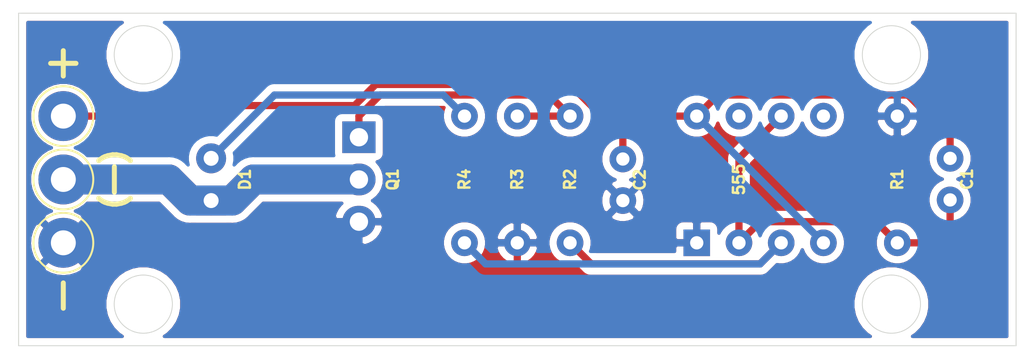
<source format=kicad_pcb>
(kicad_pcb (version 20171130) (host pcbnew 5.1.5-52549c5~84~ubuntu16.04.1)

  (general
    (thickness 1.6)
    (drawings 15)
    (tracks 47)
    (zones 0)
    (modules 12)
    (nets 10)
  )

  (page A4)
  (layers
    (0 F.Cu signal)
    (31 B.Cu signal)
    (32 B.Adhes user)
    (33 F.Adhes user)
    (34 B.Paste user)
    (35 F.Paste user)
    (36 B.SilkS user)
    (37 F.SilkS user)
    (38 B.Mask user)
    (39 F.Mask user)
    (40 Dwgs.User user)
    (41 Cmts.User user)
    (42 Eco1.User user)
    (43 Eco2.User user)
    (44 Edge.Cuts user)
    (45 Margin user)
    (46 B.CrtYd user)
    (47 F.CrtYd user)
    (48 B.Fab user)
    (49 F.Fab user hide)
  )

  (setup
    (last_trace_width 0.25)
    (user_trace_width 0.435)
    (user_trace_width 0.5)
    (user_trace_width 0.75)
    (user_trace_width 1.25)
    (user_trace_width 1.8)
    (user_trace_width 2.25)
    (trace_clearance 0.2)
    (zone_clearance 0.435)
    (zone_45_only no)
    (trace_min 0.2)
    (via_size 0.8)
    (via_drill 0.4)
    (via_min_size 0.4)
    (via_min_drill 0.3)
    (uvia_size 0.3)
    (uvia_drill 0.1)
    (uvias_allowed no)
    (uvia_min_size 0.2)
    (uvia_min_drill 0.1)
    (edge_width 0.05)
    (segment_width 0.2)
    (pcb_text_width 0.3)
    (pcb_text_size 1.5 1.5)
    (mod_edge_width 0.12)
    (mod_text_size 1 1)
    (mod_text_width 0.15)
    (pad_size 1.524 1.524)
    (pad_drill 0.762)
    (pad_to_mask_clearance 0.051)
    (solder_mask_min_width 0.25)
    (aux_axis_origin 0 0)
    (visible_elements FFFFFF7F)
    (pcbplotparams
      (layerselection 0x010f0_ffffffff)
      (usegerberextensions false)
      (usegerberattributes false)
      (usegerberadvancedattributes false)
      (creategerberjobfile false)
      (excludeedgelayer true)
      (linewidth 0.100000)
      (plotframeref false)
      (viasonmask false)
      (mode 1)
      (useauxorigin false)
      (hpglpennumber 1)
      (hpglpenspeed 20)
      (hpglpendiameter 15.000000)
      (psnegative false)
      (psa4output false)
      (plotreference true)
      (plotvalue true)
      (plotinvisibletext false)
      (padsonsilk false)
      (subtractmaskfromsilk false)
      (outputformat 1)
      (mirror false)
      (drillshape 0)
      (scaleselection 1)
      (outputdirectory "Gerber/"))
  )

  (net 0 "")
  (net 1 +12V)
  (net 2 "Net-(C1-Pad2)")
  (net 3 GND)
  (net 4 "Net-(D1-Pad2)")
  (net 5 "Net-(Q1-Pad1)")
  (net 6 "Net-(R2-Pad1)")
  (net 7 "Net-(U1-Pad5)")
  (net 8 "Net-(U1-Pad7)")
  (net 9 "Net-(D1-Pad1)")

  (net_class Default "This is the default net class."
    (clearance 0.2)
    (trace_width 0.25)
    (via_dia 0.8)
    (via_drill 0.4)
    (uvia_dia 0.3)
    (uvia_drill 0.1)
    (add_net +12V)
    (add_net GND)
    (add_net "Net-(C1-Pad2)")
    (add_net "Net-(D1-Pad1)")
    (add_net "Net-(D1-Pad2)")
    (add_net "Net-(Q1-Pad1)")
    (add_net "Net-(R2-Pad1)")
    (add_net "Net-(U1-Pad5)")
    (add_net "Net-(U1-Pad7)")
  )

  (module Resistor_THT:R_Axial_DIN0207_L6.3mm_D2.5mm_P7.62mm_Horizontal (layer F.Cu) (tedit 5E9D683D) (tstamp 5E9D0769)
    (at 113.665 67.31 90)
    (descr "Resistor, Axial_DIN0207 series, Axial, Horizontal, pin pitch=7.62mm, 0.25W = 1/4W, length*diameter=6.3*2.5mm^2, http://cdn-reichelt.de/documents/datenblatt/B400/1_4W%23YAG.pdf")
    (tags "Resistor Axial_DIN0207 series Axial Horizontal pin pitch 7.62mm 0.25W = 1/4W length 6.3mm diameter 2.5mm")
    (path /5E821884)
    (fp_text reference R1 (at 3.81 0 90) (layer F.SilkS)
      (effects (font (size 0.66 0.66) (thickness 0.15)))
    )
    (fp_text value 10M (at 3.81 2.37 90) (layer F.Fab)
      (effects (font (size 1 1) (thickness 0.15)))
    )
    (fp_line (start 0.66 -1.25) (end 0.66 1.25) (layer F.Fab) (width 0.1))
    (fp_line (start 0.66 1.25) (end 6.96 1.25) (layer F.Fab) (width 0.1))
    (fp_line (start 6.96 1.25) (end 6.96 -1.25) (layer F.Fab) (width 0.1))
    (fp_line (start 6.96 -1.25) (end 0.66 -1.25) (layer F.Fab) (width 0.1))
    (fp_line (start 0 0) (end 0.66 0) (layer F.Fab) (width 0.1))
    (fp_line (start 7.62 0) (end 6.96 0) (layer F.Fab) (width 0.1))
    (fp_line (start -1.05 -1.5) (end -1.05 1.5) (layer F.CrtYd) (width 0.05))
    (fp_line (start -1.05 1.5) (end 8.67 1.5) (layer F.CrtYd) (width 0.05))
    (fp_line (start 8.67 1.5) (end 8.67 -1.5) (layer F.CrtYd) (width 0.05))
    (fp_line (start 8.67 -1.5) (end -1.05 -1.5) (layer F.CrtYd) (width 0.05))
    (fp_text user %R (at 3.81 0 90) (layer F.Fab)
      (effects (font (size 1 1) (thickness 0.15)))
    )
    (pad 1 thru_hole circle (at 0 0 90) (size 1.6 1.6) (drill 0.8) (layers *.Cu *.Mask)
      (net 2 "Net-(C1-Pad2)"))
    (pad 2 thru_hole oval (at 7.62 0 90) (size 1.6 1.6) (drill 0.8) (layers *.Cu *.Mask)
      (net 3 GND))
    (model ${KISYS3DMOD}/Resistor_THT.3dshapes/R_Axial_DIN0207_L6.3mm_D2.5mm_P7.62mm_Horizontal.wrl
      (at (xyz 0 0 0))
      (scale (xyz 1 1 1))
      (rotate (xyz 0 0 0))
    )
  )

  (module Capacitor_THT:C_Disc_D5.0mm_W2.5mm_P2.50mm (layer F.Cu) (tedit 5E9D6829) (tstamp 5E9D0709)
    (at 116.84 62.23 270)
    (descr "C, Disc series, Radial, pin pitch=2.50mm, , diameter*width=5*2.5mm^2, Capacitor, http://cdn-reichelt.de/documents/datenblatt/B300/DS_KERKO_TC.pdf")
    (tags "C Disc series Radial pin pitch 2.50mm  diameter 5mm width 2.5mm Capacitor")
    (path /5E821006)
    (fp_text reference C1 (at 1.25 -1.016 270) (layer F.SilkS)
      (effects (font (size 0.66 0.66) (thickness 0.15)))
    )
    (fp_text value 100u (at 1.25 2.5 270) (layer F.Fab)
      (effects (font (size 1 1) (thickness 0.15)))
    )
    (fp_line (start -1.25 -1.25) (end -1.25 1.25) (layer F.Fab) (width 0.1))
    (fp_line (start -1.25 1.25) (end 3.75 1.25) (layer F.Fab) (width 0.1))
    (fp_line (start 3.75 1.25) (end 3.75 -1.25) (layer F.Fab) (width 0.1))
    (fp_line (start 3.75 -1.25) (end -1.25 -1.25) (layer F.Fab) (width 0.1))
    (fp_line (start -1.5 -1.5) (end -1.5 1.5) (layer F.CrtYd) (width 0.05))
    (fp_line (start -1.5 1.5) (end 4 1.5) (layer F.CrtYd) (width 0.05))
    (fp_line (start 4 1.5) (end 4 -1.5) (layer F.CrtYd) (width 0.05))
    (fp_line (start 4 -1.5) (end -1.5 -1.5) (layer F.CrtYd) (width 0.05))
    (fp_text user %R (at 1.25 0 270) (layer F.Fab)
      (effects (font (size 1 1) (thickness 0.15)))
    )
    (pad 1 thru_hole circle (at 0 0 270) (size 1.6 1.6) (drill 0.8) (layers *.Cu *.Mask)
      (net 1 +12V))
    (pad 2 thru_hole circle (at 2.5 0 270) (size 1.6 1.6) (drill 0.8) (layers *.Cu *.Mask)
      (net 2 "Net-(C1-Pad2)"))
    (model ${KISYS3DMOD}/Capacitor_THT.3dshapes/C_Disc_D5.0mm_W2.5mm_P2.50mm.wrl
      (at (xyz 0 0 0))
      (scale (xyz 1 1 1))
      (rotate (xyz 0 0 0))
    )
  )

  (module Package_DIP:DIP-8_W7.62mm (layer F.Cu) (tedit 5E9D6814) (tstamp 5E9D07D4)
    (at 101.6 67.31 90)
    (descr "8-lead though-hole mounted DIP package, row spacing 7.62 mm (300 mils)")
    (tags "THT DIP DIL PDIP 2.54mm 7.62mm 300mil")
    (path /5E82055B)
    (fp_text reference 555 (at 3.81 2.54 90) (layer F.SilkS)
      (effects (font (size 0.66 0.66) (thickness 0.15)))
    )
    (fp_text value NE555 (at 3.81 9.95 90) (layer F.Fab)
      (effects (font (size 1 1) (thickness 0.15)))
    )
    (fp_line (start 1.635 -1.27) (end 6.985 -1.27) (layer F.Fab) (width 0.1))
    (fp_line (start 6.985 -1.27) (end 6.985 8.89) (layer F.Fab) (width 0.1))
    (fp_line (start 6.985 8.89) (end 0.635 8.89) (layer F.Fab) (width 0.1))
    (fp_line (start 0.635 8.89) (end 0.635 -0.27) (layer F.Fab) (width 0.1))
    (fp_line (start 0.635 -0.27) (end 1.635 -1.27) (layer F.Fab) (width 0.1))
    (fp_line (start -1.1 -1.55) (end -1.1 9.15) (layer F.CrtYd) (width 0.05))
    (fp_line (start -1.1 9.15) (end 8.7 9.15) (layer F.CrtYd) (width 0.05))
    (fp_line (start 8.7 9.15) (end 8.7 -1.55) (layer F.CrtYd) (width 0.05))
    (fp_line (start 8.7 -1.55) (end -1.1 -1.55) (layer F.CrtYd) (width 0.05))
    (fp_text user %R (at 3.81 3.81 90) (layer F.Fab)
      (effects (font (size 1 1) (thickness 0.15)))
    )
    (pad 1 thru_hole rect (at 0 0 90) (size 1.6 1.6) (drill 0.8) (layers *.Cu *.Mask)
      (net 3 GND))
    (pad 5 thru_hole oval (at 7.62 7.62 90) (size 1.6 1.6) (drill 0.8) (layers *.Cu *.Mask)
      (net 7 "Net-(U1-Pad5)"))
    (pad 2 thru_hole oval (at 0 2.54 90) (size 1.6 1.6) (drill 0.8) (layers *.Cu *.Mask)
      (net 2 "Net-(C1-Pad2)"))
    (pad 6 thru_hole oval (at 7.62 5.08 90) (size 1.6 1.6) (drill 0.8) (layers *.Cu *.Mask)
      (net 2 "Net-(C1-Pad2)"))
    (pad 3 thru_hole oval (at 0 5.08 90) (size 1.6 1.6) (drill 0.8) (layers *.Cu *.Mask)
      (net 6 "Net-(R2-Pad1)"))
    (pad 7 thru_hole oval (at 7.62 2.54 90) (size 1.6 1.6) (drill 0.8) (layers *.Cu *.Mask)
      (net 8 "Net-(U1-Pad7)"))
    (pad 4 thru_hole oval (at 0 7.62 90) (size 1.6 1.6) (drill 0.8) (layers *.Cu *.Mask)
      (net 1 +12V))
    (pad 8 thru_hole oval (at 7.62 0 90) (size 1.6 1.6) (drill 0.8) (layers *.Cu *.Mask)
      (net 1 +12V))
    (model ${KISYS3DMOD}/Package_DIP.3dshapes/DIP-8_W7.62mm.wrl
      (at (xyz 0 0 0))
      (scale (xyz 1 1 1))
      (rotate (xyz 0 0 0))
    )
  )

  (module Capacitor_THT:C_Disc_D5.0mm_W2.5mm_P2.50mm (layer F.Cu) (tedit 5E9D67F7) (tstamp 5E9D071C)
    (at 97.155 64.77 90)
    (descr "C, Disc series, Radial, pin pitch=2.50mm, , diameter*width=5*2.5mm^2, Capacitor, http://cdn-reichelt.de/documents/datenblatt/B300/DS_KERKO_TC.pdf")
    (tags "C Disc series Radial pin pitch 2.50mm  diameter 5mm width 2.5mm Capacitor")
    (path /5E9CB65D)
    (fp_text reference C2 (at 1.25 1.016 90) (layer F.SilkS)
      (effects (font (size 0.66 0.66) (thickness 0.15)))
    )
    (fp_text value 0.1u (at 1.25 2.5 90) (layer F.Fab)
      (effects (font (size 1 1) (thickness 0.15)))
    )
    (fp_text user %R (at 1.25 0 90) (layer F.Fab)
      (effects (font (size 1 1) (thickness 0.15)))
    )
    (fp_line (start 4 -1.5) (end -1.5 -1.5) (layer F.CrtYd) (width 0.05))
    (fp_line (start 4 1.5) (end 4 -1.5) (layer F.CrtYd) (width 0.05))
    (fp_line (start -1.5 1.5) (end 4 1.5) (layer F.CrtYd) (width 0.05))
    (fp_line (start -1.5 -1.5) (end -1.5 1.5) (layer F.CrtYd) (width 0.05))
    (fp_line (start 3.75 -1.25) (end -1.25 -1.25) (layer F.Fab) (width 0.1))
    (fp_line (start 3.75 1.25) (end 3.75 -1.25) (layer F.Fab) (width 0.1))
    (fp_line (start -1.25 1.25) (end 3.75 1.25) (layer F.Fab) (width 0.1))
    (fp_line (start -1.25 -1.25) (end -1.25 1.25) (layer F.Fab) (width 0.1))
    (pad 2 thru_hole circle (at 2.5 0 90) (size 1.6 1.6) (drill 0.8) (layers *.Cu *.Mask)
      (net 1 +12V))
    (pad 1 thru_hole circle (at 0 0 90) (size 1.6 1.6) (drill 0.8) (layers *.Cu *.Mask)
      (net 3 GND))
    (model ${KISYS3DMOD}/Capacitor_THT.3dshapes/C_Disc_D5.0mm_W2.5mm_P2.50mm.wrl
      (at (xyz 0 0 0))
      (scale (xyz 1 1 1))
      (rotate (xyz 0 0 0))
    )
  )

  (module Resistor_THT:R_Axial_DIN0207_L6.3mm_D2.5mm_P7.62mm_Horizontal (layer F.Cu) (tedit 5E9D67E6) (tstamp 5E9D0780)
    (at 93.98 67.31 90)
    (descr "Resistor, Axial_DIN0207 series, Axial, Horizontal, pin pitch=7.62mm, 0.25W = 1/4W, length*diameter=6.3*2.5mm^2, http://cdn-reichelt.de/documents/datenblatt/B400/1_4W%23YAG.pdf")
    (tags "Resistor Axial_DIN0207 series Axial Horizontal pin pitch 7.62mm 0.25W = 1/4W length 6.3mm diameter 2.5mm")
    (path /5E839259)
    (fp_text reference R2 (at 3.81 0 90) (layer F.SilkS)
      (effects (font (size 0.66 0.66) (thickness 0.15)))
    )
    (fp_text value 1k (at 3.81 2.37 90) (layer F.Fab)
      (effects (font (size 1 1) (thickness 0.15)))
    )
    (fp_text user %R (at 3.81 0 90) (layer F.Fab)
      (effects (font (size 1 1) (thickness 0.15)))
    )
    (fp_line (start 8.67 -1.5) (end -1.05 -1.5) (layer F.CrtYd) (width 0.05))
    (fp_line (start 8.67 1.5) (end 8.67 -1.5) (layer F.CrtYd) (width 0.05))
    (fp_line (start -1.05 1.5) (end 8.67 1.5) (layer F.CrtYd) (width 0.05))
    (fp_line (start -1.05 -1.5) (end -1.05 1.5) (layer F.CrtYd) (width 0.05))
    (fp_line (start 7.62 0) (end 6.96 0) (layer F.Fab) (width 0.1))
    (fp_line (start 0 0) (end 0.66 0) (layer F.Fab) (width 0.1))
    (fp_line (start 6.96 -1.25) (end 0.66 -1.25) (layer F.Fab) (width 0.1))
    (fp_line (start 6.96 1.25) (end 6.96 -1.25) (layer F.Fab) (width 0.1))
    (fp_line (start 0.66 1.25) (end 6.96 1.25) (layer F.Fab) (width 0.1))
    (fp_line (start 0.66 -1.25) (end 0.66 1.25) (layer F.Fab) (width 0.1))
    (pad 2 thru_hole oval (at 7.62 0 90) (size 1.6 1.6) (drill 0.8) (layers *.Cu *.Mask)
      (net 5 "Net-(Q1-Pad1)"))
    (pad 1 thru_hole circle (at 0 0 90) (size 1.6 1.6) (drill 0.8) (layers *.Cu *.Mask)
      (net 6 "Net-(R2-Pad1)"))
    (model ${KISYS3DMOD}/Resistor_THT.3dshapes/R_Axial_DIN0207_L6.3mm_D2.5mm_P7.62mm_Horizontal.wrl
      (at (xyz 0 0 0))
      (scale (xyz 1 1 1))
      (rotate (xyz 0 0 0))
    )
  )

  (module Resistor_THT:R_Axial_DIN0207_L6.3mm_D2.5mm_P7.62mm_Horizontal (layer F.Cu) (tedit 5E9D67D0) (tstamp 5E9D0797)
    (at 90.805 59.69 270)
    (descr "Resistor, Axial_DIN0207 series, Axial, Horizontal, pin pitch=7.62mm, 0.25W = 1/4W, length*diameter=6.3*2.5mm^2, http://cdn-reichelt.de/documents/datenblatt/B400/1_4W%23YAG.pdf")
    (tags "Resistor Axial_DIN0207 series Axial Horizontal pin pitch 7.62mm 0.25W = 1/4W length 6.3mm diameter 2.5mm")
    (path /5E845EF4)
    (fp_text reference R3 (at 3.81 0 270) (layer F.SilkS)
      (effects (font (size 0.66 0.66) (thickness 0.15)))
    )
    (fp_text value 100k (at 3.81 2.37 270) (layer F.Fab)
      (effects (font (size 1 1) (thickness 0.15)))
    )
    (fp_text user %R (at 3.81 0 270) (layer F.Fab)
      (effects (font (size 1 1) (thickness 0.15)))
    )
    (fp_line (start 8.67 -1.5) (end -1.05 -1.5) (layer F.CrtYd) (width 0.05))
    (fp_line (start 8.67 1.5) (end 8.67 -1.5) (layer F.CrtYd) (width 0.05))
    (fp_line (start -1.05 1.5) (end 8.67 1.5) (layer F.CrtYd) (width 0.05))
    (fp_line (start -1.05 -1.5) (end -1.05 1.5) (layer F.CrtYd) (width 0.05))
    (fp_line (start 7.62 0) (end 6.96 0) (layer F.Fab) (width 0.1))
    (fp_line (start 0 0) (end 0.66 0) (layer F.Fab) (width 0.1))
    (fp_line (start 6.96 -1.25) (end 0.66 -1.25) (layer F.Fab) (width 0.1))
    (fp_line (start 6.96 1.25) (end 6.96 -1.25) (layer F.Fab) (width 0.1))
    (fp_line (start 0.66 1.25) (end 6.96 1.25) (layer F.Fab) (width 0.1))
    (fp_line (start 0.66 -1.25) (end 0.66 1.25) (layer F.Fab) (width 0.1))
    (pad 2 thru_hole oval (at 7.62 0 270) (size 1.6 1.6) (drill 0.8) (layers *.Cu *.Mask)
      (net 3 GND))
    (pad 1 thru_hole circle (at 0 0 270) (size 1.6 1.6) (drill 0.8) (layers *.Cu *.Mask)
      (net 5 "Net-(Q1-Pad1)"))
    (model ${KISYS3DMOD}/Resistor_THT.3dshapes/R_Axial_DIN0207_L6.3mm_D2.5mm_P7.62mm_Horizontal.wrl
      (at (xyz 0 0 0))
      (scale (xyz 1 1 1))
      (rotate (xyz 0 0 0))
    )
  )

  (module Resistor_THT:R_Axial_DIN0207_L6.3mm_D2.5mm_P7.62mm_Horizontal (layer F.Cu) (tedit 5E9D67BA) (tstamp 5E9D07AE)
    (at 87.63 67.31 90)
    (descr "Resistor, Axial_DIN0207 series, Axial, Horizontal, pin pitch=7.62mm, 0.25W = 1/4W, length*diameter=6.3*2.5mm^2, http://cdn-reichelt.de/documents/datenblatt/B400/1_4W%23YAG.pdf")
    (tags "Resistor Axial_DIN0207 series Axial Horizontal pin pitch 7.62mm 0.25W = 1/4W length 6.3mm diameter 2.5mm")
    (path /5E822508)
    (fp_text reference R4 (at 3.81 0 90) (layer F.SilkS)
      (effects (font (size 0.66 0.66) (thickness 0.15)))
    )
    (fp_text value 2.4k (at 3.81 2.37 90) (layer F.Fab)
      (effects (font (size 1 1) (thickness 0.15)))
    )
    (fp_text user %R (at 3.81 0 90) (layer F.Fab)
      (effects (font (size 1 1) (thickness 0.15)))
    )
    (fp_line (start 8.67 -1.5) (end -1.05 -1.5) (layer F.CrtYd) (width 0.05))
    (fp_line (start 8.67 1.5) (end 8.67 -1.5) (layer F.CrtYd) (width 0.05))
    (fp_line (start -1.05 1.5) (end 8.67 1.5) (layer F.CrtYd) (width 0.05))
    (fp_line (start -1.05 -1.5) (end -1.05 1.5) (layer F.CrtYd) (width 0.05))
    (fp_line (start 7.62 0) (end 6.96 0) (layer F.Fab) (width 0.1))
    (fp_line (start 0 0) (end 0.66 0) (layer F.Fab) (width 0.1))
    (fp_line (start 6.96 -1.25) (end 0.66 -1.25) (layer F.Fab) (width 0.1))
    (fp_line (start 6.96 1.25) (end 6.96 -1.25) (layer F.Fab) (width 0.1))
    (fp_line (start 0.66 1.25) (end 6.96 1.25) (layer F.Fab) (width 0.1))
    (fp_line (start 0.66 -1.25) (end 0.66 1.25) (layer F.Fab) (width 0.1))
    (pad 2 thru_hole oval (at 7.62 0 90) (size 1.6 1.6) (drill 0.8) (layers *.Cu *.Mask)
      (net 4 "Net-(D1-Pad2)"))
    (pad 1 thru_hole circle (at 0 0 90) (size 1.6 1.6) (drill 0.8) (layers *.Cu *.Mask)
      (net 6 "Net-(R2-Pad1)"))
    (model ${KISYS3DMOD}/Resistor_THT.3dshapes/R_Axial_DIN0207_L6.3mm_D2.5mm_P7.62mm_Horizontal.wrl
      (at (xyz 0 0 0))
      (scale (xyz 1 1 1))
      (rotate (xyz 0 0 0))
    )
  )

  (module Package_TO_SOT_THT:TO-220-3_Vertical (layer F.Cu) (tedit 5E9D679A) (tstamp 5E9D0752)
    (at 81.28 60.96 270)
    (descr "TO-220-3, Vertical, RM 2.54mm, see https://www.vishay.com/docs/66542/to-220-1.pdf")
    (tags "TO-220-3 Vertical RM 2.54mm")
    (path /5E82475B)
    (fp_text reference Q1 (at 2.54 -2.032 90) (layer F.SilkS)
      (effects (font (size 0.66 0.66) (thickness 0.15)))
    )
    (fp_text value "some TO-220 FET" (at 2.54 2.5 90) (layer F.Fab)
      (effects (font (size 1 1) (thickness 0.15)))
    )
    (fp_line (start -2.46 -3.15) (end -2.46 1.25) (layer F.Fab) (width 0.1))
    (fp_line (start -2.46 1.25) (end 7.54 1.25) (layer F.Fab) (width 0.1))
    (fp_line (start 7.54 1.25) (end 7.54 -3.15) (layer F.Fab) (width 0.1))
    (fp_line (start 7.54 -3.15) (end -2.46 -3.15) (layer F.Fab) (width 0.1))
    (fp_line (start -2.46 -1.88) (end 7.54 -1.88) (layer F.Fab) (width 0.1))
    (fp_line (start 0.69 -3.15) (end 0.69 -1.88) (layer F.Fab) (width 0.1))
    (fp_line (start 4.39 -3.15) (end 4.39 -1.88) (layer F.Fab) (width 0.1))
    (fp_line (start -2.71 -3.4) (end -2.71 1.51) (layer F.CrtYd) (width 0.05))
    (fp_line (start -2.71 1.51) (end 7.79 1.51) (layer F.CrtYd) (width 0.05))
    (fp_line (start 7.79 1.51) (end 7.79 -3.4) (layer F.CrtYd) (width 0.05))
    (fp_line (start 7.79 -3.4) (end -2.71 -3.4) (layer F.CrtYd) (width 0.05))
    (fp_text user %R (at 2.54 -4.27 90) (layer F.Fab)
      (effects (font (size 1 1) (thickness 0.15)))
    )
    (pad 1 thru_hole rect (at 0 0 270) (size 1.905 2) (drill 1.1) (layers *.Cu *.Mask)
      (net 5 "Net-(Q1-Pad1)"))
    (pad 2 thru_hole oval (at 2.54 0 270) (size 1.905 2) (drill 1.1) (layers *.Cu *.Mask)
      (net 9 "Net-(D1-Pad1)"))
    (pad 3 thru_hole oval (at 5.08 0 270) (size 1.905 2) (drill 1.1) (layers *.Cu *.Mask)
      (net 3 GND))
    (model ${KISYS3DMOD}/Package_TO_SOT_THT.3dshapes/TO-220-3_Vertical.wrl
      (at (xyz 0 0 0))
      (scale (xyz 1 1 1))
      (rotate (xyz 0 0 0))
    )
  )

  (module LED_THT:LED_D5.0mm (layer F.Cu) (tedit 5E9D677E) (tstamp 5E9D072E)
    (at 72.39 64.77 90)
    (descr "LED, diameter 5.0mm, 2 pins, http://cdn-reichelt.de/documents/datenblatt/A500/LL-504BC2E-009.pdf")
    (tags "LED diameter 5.0mm 2 pins")
    (path /5E823AF1)
    (fp_text reference D1 (at 1.27 2.032 90) (layer F.SilkS)
      (effects (font (size 0.66 0.66) (thickness 0.15)))
    )
    (fp_text value LED (at 1.27 3.96 90) (layer F.Fab)
      (effects (font (size 1 1) (thickness 0.15)))
    )
    (fp_arc (start 1.27 0) (end -1.23 -1.469694) (angle 299.1) (layer F.Fab) (width 0.1))
    (fp_circle (center 1.27 0) (end 3.77 0) (layer F.Fab) (width 0.1))
    (fp_line (start -1.23 -1.469694) (end -1.23 1.469694) (layer F.Fab) (width 0.1))
    (fp_line (start -1.95 -3.25) (end -1.95 3.25) (layer F.CrtYd) (width 0.05))
    (fp_line (start -1.95 3.25) (end 4.5 3.25) (layer F.CrtYd) (width 0.05))
    (fp_line (start 4.5 3.25) (end 4.5 -3.25) (layer F.CrtYd) (width 0.05))
    (fp_line (start 4.5 -3.25) (end -1.95 -3.25) (layer F.CrtYd) (width 0.05))
    (fp_text user %R (at 1.25 0 90) (layer F.Fab)
      (effects (font (size 0.8 0.8) (thickness 0.2)))
    )
    (pad 1 thru_hole rect (at 0 0 90) (size 1.8 1.8) (drill 0.9) (layers *.Cu *.Mask)
      (net 9 "Net-(D1-Pad1)"))
    (pad 2 thru_hole circle (at 2.54 0 90) (size 1.8 1.8) (drill 0.9) (layers *.Cu *.Mask)
      (net 4 "Net-(D1-Pad2)"))
    (model ${KISYS3DMOD}/LED_THT.3dshapes/LED_D5.0mm.wrl
      (at (xyz 0 0 0))
      (scale (xyz 1 1 1))
      (rotate (xyz 0 0 0))
    )
  )

  (module Connector_Pin:Pin_D1.3mm_L11.0mm_LooseFit (layer F.Cu) (tedit 5A1DC085) (tstamp 5E9D0738)
    (at 63.5 63.5)
    (descr "solder Pin_ diameter 1.3mm, hole diameter 1.5mm (loose fit), length 11.0mm")
    (tags "solder Pin_ loose fit")
    (path /5E8411B5)
    (fp_text reference - (at 2.921 0 270) (layer F.SilkS)
      (effects (font (size 2 2) (thickness 0.3)))
    )
    (fp_text value MountingHole_Pad (at 0 -2.05) (layer F.Fab)
      (effects (font (size 1 1) (thickness 0.15)))
    )
    (fp_text user %R (at 0 2.55) (layer F.Fab)
      (effects (font (size 1 1) (thickness 0.15)))
    )
    (fp_circle (center 0 0) (end 2 0) (layer F.CrtYd) (width 0.05))
    (fp_circle (center 0 0) (end 0.65 -0.05) (layer F.Fab) (width 0.12))
    (fp_circle (center 0 0) (end 1.25 -0.05) (layer F.Fab) (width 0.12))
    (fp_circle (center 0 0) (end 1.8 0.05) (layer F.SilkS) (width 0.12))
    (pad 1 thru_hole circle (at 0 0) (size 3 3) (drill 1.5) (layers *.Cu *.Mask)
      (net 9 "Net-(D1-Pad1)"))
    (model ${KISYS3DMOD}/Connector_Pin.3dshapes/Pin_D1.3mm_L11.0mm_LooseFit.wrl
      (at (xyz 0 0 0))
      (scale (xyz 1 1 1))
      (rotate (xyz 0 0 0))
    )
  )

  (module Connector_Pin:Pin_D1.3mm_L11.0mm_LooseFit (layer F.Cu) (tedit 5A1DC085) (tstamp 5E9D07B8)
    (at 63.5 67.31)
    (descr "solder Pin_ diameter 1.3mm, hole diameter 1.5mm (loose fit), length 11.0mm")
    (tags "solder Pin_ loose fit")
    (path /5E840DF3)
    (fp_text reference - (at -0.15 3.175 270) (layer F.SilkS)
      (effects (font (size 2 2) (thickness 0.3)))
    )
    (fp_text value MountingHole_Pad (at 0 -2.05) (layer F.Fab)
      (effects (font (size 1 1) (thickness 0.15)))
    )
    (fp_circle (center 0 0) (end 1.8 0.05) (layer F.SilkS) (width 0.12))
    (fp_circle (center 0 0) (end 1.25 -0.05) (layer F.Fab) (width 0.12))
    (fp_circle (center 0 0) (end 0.65 -0.05) (layer F.Fab) (width 0.12))
    (fp_circle (center 0 0) (end 2 0) (layer F.CrtYd) (width 0.05))
    (fp_text user %R (at 0 2.55) (layer F.Fab)
      (effects (font (size 1 1) (thickness 0.15)))
    )
    (pad 1 thru_hole circle (at 0 0) (size 3 3) (drill 1.5) (layers *.Cu *.Mask)
      (net 3 GND))
    (model ${KISYS3DMOD}/Connector_Pin.3dshapes/Pin_D1.3mm_L11.0mm_LooseFit.wrl
      (at (xyz 0 0 0))
      (scale (xyz 1 1 1))
      (rotate (xyz 0 0 0))
    )
  )

  (module Connector_Pin:Pin_D1.3mm_L11.0mm_LooseFit (layer F.Cu) (tedit 5A1DC085) (tstamp 5E9D07DE)
    (at 63.5 59.69)
    (descr "solder Pin_ diameter 1.3mm, hole diameter 1.5mm (loose fit), length 11.0mm")
    (tags "solder Pin_ loose fit")
    (path /5E83D705)
    (fp_text reference + (at -0.15 -3.175 270) (layer F.SilkS)
      (effects (font (size 2 2) (thickness 0.3)))
    )
    (fp_text value MountingHole_Pad (at 0 -2.05) (layer F.Fab)
      (effects (font (size 1 1) (thickness 0.15)))
    )
    (fp_text user %R (at 0 2.55) (layer F.Fab)
      (effects (font (size 1 1) (thickness 0.15)))
    )
    (fp_circle (center 0 0) (end 2 0) (layer F.CrtYd) (width 0.05))
    (fp_circle (center 0 0) (end 0.65 -0.05) (layer F.Fab) (width 0.12))
    (fp_circle (center 0 0) (end 1.25 -0.05) (layer F.Fab) (width 0.12))
    (fp_circle (center 0 0) (end 1.8 0.05) (layer F.SilkS) (width 0.12))
    (pad 1 thru_hole circle (at 0 0) (size 3 3) (drill 1.5) (layers *.Cu *.Mask)
      (net 1 +12V))
    (model ${KISYS3DMOD}/Connector_Pin.3dshapes/Pin_D1.3mm_L11.0mm_LooseFit.wrl
      (at (xyz 0 0 0))
      (scale (xyz 1 1 1))
      (rotate (xyz 0 0 0))
    )
  )

  (gr_poly (pts (xy 66.04 69.215) (xy 65.405 69.215) (xy 63.5 67.31) (xy 65.405 65.405) (xy 66.04 65.405)) (layer F.Cu) (width 0.1) (tstamp 5E9D777A))
  (gr_poly (pts (xy 66.04 69.215) (xy 65.405 69.215) (xy 63.5 67.31) (xy 65.405 65.405) (xy 66.04 65.405)) (layer B.Cu) (width 0.1))
  (gr_poly (pts (xy 81.28 67.945) (xy 79.375 67.945) (xy 79.375 66.04) (xy 81.28 66.04)) (layer F.Cu) (width 0.1) (tstamp 5E9D7774))
  (gr_poly (pts (xy 81.28 67.945) (xy 79.375 67.945) (xy 79.375 66.04) (xy 81.28 66.04)) (layer B.Cu) (width 0.1))
  (gr_text "555 delay" (at 90.81 56) (layer F.Cu)
    (effects (font (size 1.5 1.5) (thickness 0.3)))
  )
  (gr_text "(  )" (at 66.6685 63.5 270) (layer F.SilkS)
    (effects (font (size 1.25 1.25) (thickness 0.3)))
  )
  (gr_circle (center 113.31 56) (end 115.06 56) (layer Edge.Cuts) (width 0.05) (tstamp 5E9D5FAD))
  (gr_circle (center 113.31 71) (end 115.06 71) (layer Edge.Cuts) (width 0.05) (tstamp 5E9D5FAC))
  (gr_circle (center 68.31 71) (end 70.06 71) (layer Edge.Cuts) (width 0.05) (tstamp 5E9D5DE3))
  (gr_circle (center 68.31 56) (end 70.06 56) (layer Edge.Cuts) (width 0.05))
  (gr_line (start 120.81 73.5) (end 120.81 53.5) (layer Edge.Cuts) (width 0.05) (tstamp 5E9D1779))
  (gr_line (start 60.81 73.5) (end 120.81 73.5) (layer Edge.Cuts) (width 0.05))
  (gr_line (start 60.81 53.5) (end 60.81 73.5) (layer Edge.Cuts) (width 0.05))
  (gr_line (start 60.96 63.5) (end 120.65 63.5) (layer F.Fab) (width 0.05) (tstamp 5E9D15D4))
  (gr_line (start 60.81 53.5) (end 120.81 53.5) (layer Edge.Cuts) (width 0.05))

  (segment (start 97.155 62.27) (end 97.155 60.96) (width 0.435) (layer F.Cu) (net 1))
  (segment (start 97.155 60.96) (end 98.425 59.69) (width 0.435) (layer F.Cu) (net 1))
  (segment (start 98.425 59.69) (end 101.6 59.69) (width 0.435) (layer F.Cu) (net 1))
  (segment (start 66.04 59.69) (end 63.5 59.69) (width 0.435) (layer F.Cu) (net 1))
  (segment (start 97.155 60.96) (end 93.97999 57.78499) (width 0.435) (layer F.Cu) (net 1))
  (segment (start 82.286971 57.78499) (end 81.016962 59.055) (width 0.435) (layer F.Cu) (net 1))
  (segment (start 93.97999 57.78499) (end 82.286971 57.78499) (width 0.435) (layer F.Cu) (net 1))
  (segment (start 66.675 59.055) (end 66.04 59.69) (width 0.435) (layer F.Cu) (net 1))
  (segment (start 81.016962 59.055) (end 66.675 59.055) (width 0.435) (layer F.Cu) (net 1))
  (segment (start 116.84 62.23) (end 116.84 60.96) (width 0.435) (layer F.Cu) (net 1))
  (segment (start 116.84 60.96) (end 114.3 58.42) (width 0.435) (layer F.Cu) (net 1))
  (segment (start 114.3 58.42) (end 102.87 58.42) (width 0.435) (layer F.Cu) (net 1))
  (segment (start 102.87 58.42) (end 101.6 59.69) (width 0.435) (layer F.Cu) (net 1))
  (segment (start 109.22 67.31) (end 101.6 59.69) (width 0.435) (layer B.Cu) (net 1))
  (segment (start 104.14 67.31) (end 105.41 66.04) (width 0.435) (layer F.Cu) (net 2))
  (segment (start 105.41 66.04) (end 112.395 66.04) (width 0.435) (layer F.Cu) (net 2))
  (segment (start 112.395 66.04) (end 113.665 67.31) (width 0.435) (layer F.Cu) (net 2))
  (segment (start 113.665 67.31) (end 115.57 67.31) (width 0.435) (layer F.Cu) (net 2))
  (segment (start 116.84 66.04) (end 116.84 64.73) (width 0.435) (layer F.Cu) (net 2))
  (segment (start 115.57 67.31) (end 116.84 66.04) (width 0.435) (layer F.Cu) (net 2))
  (segment (start 106.68 59.69) (end 104.14 62.23) (width 0.435) (layer F.Cu) (net 2))
  (segment (start 104.14 62.23) (end 104.14 67.31) (width 0.435) (layer F.Cu) (net 2))
  (segment (start 87.63 59.69) (end 86.36 58.42) (width 0.435) (layer B.Cu) (net 4))
  (segment (start 76.2 58.42) (end 72.39 62.23) (width 0.435) (layer B.Cu) (net 4))
  (segment (start 86.36 58.42) (end 76.2 58.42) (width 0.435) (layer B.Cu) (net 4))
  (segment (start 90.805 59.69) (end 93.98 59.69) (width 0.435) (layer F.Cu) (net 5))
  (segment (start 81.28 60.96) (end 81.28 59.69) (width 0.435) (layer F.Cu) (net 5))
  (segment (start 81.28 59.69) (end 82.55 58.42) (width 0.435) (layer F.Cu) (net 5))
  (segment (start 82.55 58.42) (end 92.71 58.42) (width 0.435) (layer F.Cu) (net 5))
  (segment (start 92.71 58.42) (end 93.98 59.69) (width 0.435) (layer F.Cu) (net 5))
  (segment (start 106.68 67.31) (end 105.41 68.58) (width 0.435) (layer F.Cu) (net 6))
  (segment (start 105.41 68.58) (end 95.25 68.58) (width 0.435) (layer F.Cu) (net 6))
  (segment (start 95.25 68.58) (end 93.98 67.31) (width 0.435) (layer F.Cu) (net 6))
  (segment (start 87.63 67.31) (end 88.9 68.58) (width 0.435) (layer B.Cu) (net 6))
  (segment (start 88.9 68.58) (end 105.41 68.58) (width 0.435) (layer B.Cu) (net 6))
  (segment (start 105.41 68.58) (end 106.68 67.31) (width 0.435) (layer B.Cu) (net 6))
  (segment (start 72.39 64.77) (end 71.12 64.77) (width 1.8) (layer F.Cu) (net 9))
  (segment (start 71.12 64.77) (end 69.85 63.5) (width 1.8) (layer F.Cu) (net 9))
  (segment (start 69.85 63.5) (end 63.5 63.5) (width 1.8) (layer F.Cu) (net 9))
  (segment (start 72.39 64.77) (end 73.66 64.77) (width 1.8) (layer F.Cu) (net 9))
  (segment (start 73.66 64.77) (end 74.93 63.5) (width 1.8) (layer F.Cu) (net 9))
  (segment (start 74.93 63.5) (end 81.28 63.5) (width 1.8) (layer F.Cu) (net 9))
  (segment (start 63.5 63.5) (end 69.85 63.5) (width 1.8) (layer B.Cu) (net 9))
  (segment (start 69.85 63.5) (end 71.12 64.77) (width 1.8) (layer B.Cu) (net 9))
  (segment (start 71.12 64.77) (end 73.66 64.77) (width 1.8) (layer B.Cu) (net 9))
  (segment (start 73.66 64.77) (end 74.93 63.5) (width 1.8) (layer B.Cu) (net 9))
  (segment (start 74.93 63.5) (end 81.28 63.5) (width 1.8) (layer B.Cu) (net 9))

  (zone (net 3) (net_name GND) (layer F.Cu) (tstamp 5E9D83F7) (hatch edge 0.508)
    (connect_pads (clearance 0.435))
    (min_thickness 0.2)
    (fill yes (arc_segments 32) (thermal_gap 0.435) (thermal_bridge_width 0.435))
    (polygon
      (pts
        (xy 121.285 74.295) (xy 59.69 74.295) (xy 59.69 52.705) (xy 121.285 52.705)
      )
    )
    (filled_polygon
      (pts
        (xy 66.831864 54.198886) (xy 66.508886 54.521864) (xy 66.255123 54.901646) (xy 66.080329 55.323637) (xy 65.99122 55.77162)
        (xy 65.99122 56.22838) (xy 66.080329 56.676363) (xy 66.255123 57.098354) (xy 66.508886 57.478136) (xy 66.831864 57.801114)
        (xy 67.211646 58.054877) (xy 67.633637 58.229671) (xy 67.999775 58.3025) (xy 66.711958 58.3025) (xy 66.675 58.29886)
        (xy 66.638042 58.3025) (xy 66.638032 58.3025) (xy 66.527484 58.313388) (xy 66.385637 58.356417) (xy 66.320274 58.391355)
        (xy 66.25491 58.426292) (xy 66.169042 58.496762) (xy 66.169036 58.496768) (xy 66.140328 58.520328) (xy 66.116767 58.549037)
        (xy 65.728305 58.9375) (xy 65.390972 58.9375) (xy 65.303393 58.726066) (xy 65.080687 58.392763) (xy 64.797237 58.109313)
        (xy 64.463934 57.886607) (xy 64.093587 57.733204) (xy 63.70043 57.655) (xy 63.29957 57.655) (xy 62.906413 57.733204)
        (xy 62.536066 57.886607) (xy 62.202763 58.109313) (xy 61.919313 58.392763) (xy 61.696607 58.726066) (xy 61.543204 59.096413)
        (xy 61.465 59.48957) (xy 61.465 59.89043) (xy 61.543204 60.283587) (xy 61.696607 60.653934) (xy 61.919313 60.987237)
        (xy 62.202763 61.270687) (xy 62.536066 61.493393) (xy 62.781367 61.595) (xy 62.536066 61.696607) (xy 62.202763 61.919313)
        (xy 61.919313 62.202763) (xy 61.696607 62.536066) (xy 61.543204 62.906413) (xy 61.465 63.29957) (xy 61.465 63.70043)
        (xy 61.543204 64.093587) (xy 61.696607 64.463934) (xy 61.919313 64.797237) (xy 62.202763 65.080687) (xy 62.536066 65.303393)
        (xy 62.77951 65.404231) (xy 62.683176 65.435381) (xy 62.395115 65.589354) (xy 62.234293 65.878123) (xy 63.5 67.14383)
        (xy 64.765707 65.878123) (xy 64.604885 65.589354) (xy 64.247973 65.406863) (xy 64.227886 65.401167) (xy 64.463934 65.303393)
        (xy 64.797237 65.080687) (xy 64.942924 64.935) (xy 69.255604 64.935) (xy 70.055454 65.734851) (xy 70.100392 65.789608)
        (xy 70.318899 65.968932) (xy 70.568192 66.102182) (xy 70.775555 66.165084) (xy 70.83869 66.184236) (xy 71.119999 66.211943)
        (xy 71.190491 66.205) (xy 71.463725 66.205) (xy 71.49 66.207588) (xy 73.29 66.207588) (xy 73.316275 66.205)
        (xy 73.589508 66.205) (xy 73.66 66.211943) (xy 73.730492 66.205) (xy 73.941309 66.184236) (xy 74.211808 66.102182)
        (xy 74.461101 65.968932) (xy 74.679608 65.789608) (xy 74.724554 65.734841) (xy 75.524396 64.935) (xy 80.2479 64.935)
        (xy 80.173258 64.997243) (xy 79.990179 65.223927) (xy 79.854842 65.481972) (xy 79.786285 65.691977) (xy 79.883859 65.9225)
        (xy 81.1625 65.9225) (xy 81.1625 65.9025) (xy 81.3975 65.9025) (xy 81.3975 65.9225) (xy 82.676141 65.9225)
        (xy 82.769043 65.703013) (xy 96.388157 65.703013) (xy 96.4646 65.920157) (xy 96.702251 66.032747) (xy 96.9573 66.096811)
        (xy 97.219947 66.109886) (xy 97.480098 66.07147) (xy 97.727755 65.983039) (xy 97.8454 65.920157) (xy 97.921843 65.703013)
        (xy 97.155 64.93617) (xy 96.388157 65.703013) (xy 82.769043 65.703013) (xy 82.773715 65.691977) (xy 82.705158 65.481972)
        (xy 82.569821 65.223927) (xy 82.386742 64.997243) (xy 82.192117 64.834947) (xy 95.815114 64.834947) (xy 95.85353 65.095098)
        (xy 95.941961 65.342755) (xy 96.004843 65.4604) (xy 96.221987 65.536843) (xy 96.98883 64.77) (xy 97.32117 64.77)
        (xy 98.088013 65.536843) (xy 98.305157 65.4604) (xy 98.417747 65.222749) (xy 98.481811 64.9677) (xy 98.494886 64.705053)
        (xy 98.45647 64.444902) (xy 98.368039 64.197245) (xy 98.305157 64.0796) (xy 98.088013 64.003157) (xy 97.32117 64.77)
        (xy 96.98883 64.77) (xy 96.221987 64.003157) (xy 96.004843 64.0796) (xy 95.892253 64.317251) (xy 95.828189 64.5723)
        (xy 95.815114 64.834947) (xy 82.192117 64.834947) (xy 82.162957 64.810631) (xy 82.097596 64.775033) (xy 82.157909 64.742795)
        (xy 82.38441 64.55691) (xy 82.570295 64.330409) (xy 82.70842 64.071996) (xy 82.793477 63.791601) (xy 82.822197 63.5)
        (xy 82.793477 63.208399) (xy 82.70842 62.928004) (xy 82.570295 62.669591) (xy 82.38441 62.44309) (xy 82.380835 62.440156)
        (xy 82.384878 62.439758) (xy 82.485726 62.409167) (xy 82.578668 62.359488) (xy 82.660132 62.292632) (xy 82.726988 62.211168)
        (xy 82.776667 62.118226) (xy 82.807258 62.017378) (xy 82.817588 61.9125) (xy 82.817588 60.0075) (xy 82.807258 59.902622)
        (xy 82.776667 59.801774) (xy 82.726988 59.708832) (xy 82.660132 59.627368) (xy 82.578668 59.560512) (xy 82.510253 59.523943)
        (xy 82.861696 59.1725) (xy 86.399363 59.1725) (xy 86.346304 59.300595) (xy 86.295 59.558514) (xy 86.295 59.821486)
        (xy 86.346304 60.079405) (xy 86.446939 60.322359) (xy 86.593038 60.541013) (xy 86.778987 60.726962) (xy 86.997641 60.873061)
        (xy 87.240595 60.973696) (xy 87.498514 61.025) (xy 87.761486 61.025) (xy 88.019405 60.973696) (xy 88.262359 60.873061)
        (xy 88.481013 60.726962) (xy 88.666962 60.541013) (xy 88.813061 60.322359) (xy 88.913696 60.079405) (xy 88.965 59.821486)
        (xy 88.965 59.558514) (xy 88.913696 59.300595) (xy 88.860637 59.1725) (xy 89.574363 59.1725) (xy 89.521304 59.300595)
        (xy 89.47 59.558514) (xy 89.47 59.821486) (xy 89.521304 60.079405) (xy 89.621939 60.322359) (xy 89.768038 60.541013)
        (xy 89.953987 60.726962) (xy 90.172641 60.873061) (xy 90.415595 60.973696) (xy 90.673514 61.025) (xy 90.936486 61.025)
        (xy 91.194405 60.973696) (xy 91.437359 60.873061) (xy 91.656013 60.726962) (xy 91.841962 60.541013) (xy 91.907786 60.4425)
        (xy 92.877214 60.4425) (xy 92.943038 60.541013) (xy 93.128987 60.726962) (xy 93.347641 60.873061) (xy 93.590595 60.973696)
        (xy 93.848514 61.025) (xy 94.111486 61.025) (xy 94.369405 60.973696) (xy 94.612359 60.873061) (xy 94.831013 60.726962)
        (xy 95.016962 60.541013) (xy 95.163061 60.322359) (xy 95.24803 60.117226) (xy 96.339868 61.209064) (xy 96.303987 61.233038)
        (xy 96.118038 61.418987) (xy 95.971939 61.637641) (xy 95.871304 61.880595) (xy 95.82 62.138514) (xy 95.82 62.401486)
        (xy 95.871304 62.659405) (xy 95.971939 62.902359) (xy 96.118038 63.121013) (xy 96.303987 63.306962) (xy 96.522641 63.453061)
        (xy 96.684945 63.52029) (xy 96.582245 63.556961) (xy 96.4646 63.619843) (xy 96.388157 63.836987) (xy 97.155 64.60383)
        (xy 97.921843 63.836987) (xy 97.8454 63.619843) (xy 97.630503 63.518033) (xy 97.787359 63.453061) (xy 98.006013 63.306962)
        (xy 98.191962 63.121013) (xy 98.338061 62.902359) (xy 98.438696 62.659405) (xy 98.49 62.401486) (xy 98.49 62.138514)
        (xy 98.438696 61.880595) (xy 98.338061 61.637641) (xy 98.191962 61.418987) (xy 98.006013 61.233038) (xy 97.970132 61.209063)
        (xy 98.736696 60.4425) (xy 100.497214 60.4425) (xy 100.563038 60.541013) (xy 100.748987 60.726962) (xy 100.967641 60.873061)
        (xy 101.210595 60.973696) (xy 101.468514 61.025) (xy 101.731486 61.025) (xy 101.989405 60.973696) (xy 102.232359 60.873061)
        (xy 102.451013 60.726962) (xy 102.636962 60.541013) (xy 102.783061 60.322359) (xy 102.87 60.11247) (xy 102.956939 60.322359)
        (xy 103.103038 60.541013) (xy 103.288987 60.726962) (xy 103.507641 60.873061) (xy 103.750595 60.973696) (xy 104.008514 61.025)
        (xy 104.271486 61.025) (xy 104.283119 61.022686) (xy 103.634042 61.671763) (xy 103.605328 61.695328) (xy 103.581764 61.724041)
        (xy 103.581762 61.724043) (xy 103.511292 61.809911) (xy 103.441418 61.940637) (xy 103.441417 61.940638) (xy 103.398388 62.082485)
        (xy 103.3875 62.193033) (xy 103.3875 62.193043) (xy 103.38386 62.23) (xy 103.3875 62.266958) (xy 103.387501 66.207214)
        (xy 103.288987 66.273038) (xy 103.103038 66.458987) (xy 102.956939 66.677641) (xy 102.936566 66.726826) (xy 102.937589 66.51)
        (xy 102.927259 66.405122) (xy 102.896667 66.304274) (xy 102.846989 66.211332) (xy 102.780133 66.129867) (xy 102.698668 66.063011)
        (xy 102.605726 66.013333) (xy 102.504878 65.982741) (xy 102.4 65.972411) (xy 101.85125 65.975) (xy 101.7175 66.10875)
        (xy 101.7175 67.1925) (xy 101.7375 67.1925) (xy 101.7375 67.4275) (xy 101.7175 67.4275) (xy 101.7175 67.4475)
        (xy 101.4825 67.4475) (xy 101.4825 67.4275) (xy 100.39875 67.4275) (xy 100.265 67.56125) (xy 100.263744 67.8275)
        (xy 95.561696 67.8275) (xy 95.291885 67.55769) (xy 95.315 67.441486) (xy 95.315 67.178514) (xy 95.263696 66.920595)
        (xy 95.163061 66.677641) (xy 95.051048 66.51) (xy 100.262411 66.51) (xy 100.265 67.05875) (xy 100.39875 67.1925)
        (xy 101.4825 67.1925) (xy 101.4825 66.10875) (xy 101.34875 65.975) (xy 100.8 65.972411) (xy 100.695122 65.982741)
        (xy 100.594274 66.013333) (xy 100.501332 66.063011) (xy 100.419867 66.129867) (xy 100.353011 66.211332) (xy 100.303333 66.304274)
        (xy 100.272741 66.405122) (xy 100.262411 66.51) (xy 95.051048 66.51) (xy 95.016962 66.458987) (xy 94.831013 66.273038)
        (xy 94.612359 66.126939) (xy 94.369405 66.026304) (xy 94.111486 65.975) (xy 93.848514 65.975) (xy 93.590595 66.026304)
        (xy 93.347641 66.126939) (xy 93.128987 66.273038) (xy 92.943038 66.458987) (xy 92.796939 66.677641) (xy 92.696304 66.920595)
        (xy 92.645 67.178514) (xy 92.645 67.441486) (xy 92.696304 67.699405) (xy 92.796939 67.942359) (xy 92.943038 68.161013)
        (xy 93.128987 68.346962) (xy 93.347641 68.493061) (xy 93.590595 68.593696) (xy 93.848514 68.645) (xy 94.111486 68.645)
        (xy 94.22769 68.621885) (xy 94.691767 69.085963) (xy 94.715328 69.114672) (xy 94.744036 69.138232) (xy 94.744042 69.138238)
        (xy 94.82991 69.208708) (xy 94.960637 69.278583) (xy 95.102484 69.321612) (xy 95.213032 69.3325) (xy 95.213041 69.3325)
        (xy 95.249999 69.33614) (xy 95.286957 69.3325) (xy 105.373043 69.3325) (xy 105.41 69.33614) (xy 105.446957 69.3325)
        (xy 105.446968 69.3325) (xy 105.557516 69.321612) (xy 105.699363 69.278583) (xy 105.830089 69.208708) (xy 105.842057 69.198886)
        (xy 105.915957 69.138238) (xy 105.915958 69.138237) (xy 105.944672 69.114672) (xy 105.968237 69.085958) (xy 106.43231 68.621885)
        (xy 106.548514 68.645) (xy 106.811486 68.645) (xy 107.069405 68.593696) (xy 107.312359 68.493061) (xy 107.531013 68.346962)
        (xy 107.716962 68.161013) (xy 107.863061 67.942359) (xy 107.95 67.73247) (xy 108.036939 67.942359) (xy 108.183038 68.161013)
        (xy 108.368987 68.346962) (xy 108.587641 68.493061) (xy 108.830595 68.593696) (xy 109.088514 68.645) (xy 109.351486 68.645)
        (xy 109.609405 68.593696) (xy 109.852359 68.493061) (xy 110.071013 68.346962) (xy 110.256962 68.161013) (xy 110.403061 67.942359)
        (xy 110.503696 67.699405) (xy 110.555 67.441486) (xy 110.555 67.178514) (xy 110.503696 66.920595) (xy 110.450637 66.7925)
        (xy 112.083305 66.7925) (xy 112.353115 67.06231) (xy 112.33 67.178514) (xy 112.33 67.441486) (xy 112.381304 67.699405)
        (xy 112.481939 67.942359) (xy 112.628038 68.161013) (xy 112.813987 68.346962) (xy 113.032641 68.493061) (xy 113.275595 68.593696)
        (xy 113.533514 68.645) (xy 113.796486 68.645) (xy 114.054405 68.593696) (xy 114.297359 68.493061) (xy 114.516013 68.346962)
        (xy 114.701962 68.161013) (xy 114.767786 68.0625) (xy 115.533043 68.0625) (xy 115.57 68.06614) (xy 115.606957 68.0625)
        (xy 115.606968 68.0625) (xy 115.717516 68.051612) (xy 115.859363 68.008583) (xy 115.990089 67.938708) (xy 116.104672 67.844672)
        (xy 116.128238 67.815957) (xy 117.345964 66.598232) (xy 117.374672 66.574672) (xy 117.398232 66.545964) (xy 117.398238 66.545958)
        (xy 117.468708 66.46009) (xy 117.538583 66.329363) (xy 117.576308 66.205) (xy 117.581612 66.187516) (xy 117.5925 66.076968)
        (xy 117.5925 66.076959) (xy 117.59614 66.040001) (xy 117.5925 66.003043) (xy 117.5925 65.832786) (xy 117.691013 65.766962)
        (xy 117.876962 65.581013) (xy 118.023061 65.362359) (xy 118.123696 65.119405) (xy 118.175 64.861486) (xy 118.175 64.598514)
        (xy 118.123696 64.340595) (xy 118.023061 64.097641) (xy 117.876962 63.878987) (xy 117.691013 63.693038) (xy 117.472359 63.546939)
        (xy 117.310754 63.48) (xy 117.472359 63.413061) (xy 117.691013 63.266962) (xy 117.876962 63.081013) (xy 118.023061 62.862359)
        (xy 118.123696 62.619405) (xy 118.175 62.361486) (xy 118.175 62.098514) (xy 118.123696 61.840595) (xy 118.023061 61.597641)
        (xy 117.876962 61.378987) (xy 117.691013 61.193038) (xy 117.5925 61.127214) (xy 117.5925 60.996957) (xy 117.59614 60.959999)
        (xy 117.5925 60.923041) (xy 117.5925 60.923032) (xy 117.581612 60.812484) (xy 117.538583 60.670637) (xy 117.493047 60.585446)
        (xy 117.468708 60.53991) (xy 117.398237 60.454042) (xy 117.374672 60.425328) (xy 117.345958 60.401763) (xy 114.858237 57.914042)
        (xy 114.834672 57.885328) (xy 114.757225 57.821768) (xy 114.788136 57.801114) (xy 115.111114 57.478136) (xy 115.364877 57.098354)
        (xy 115.539671 56.676363) (xy 115.62878 56.22838) (xy 115.62878 55.77162) (xy 115.539671 55.323637) (xy 115.364877 54.901646)
        (xy 115.111114 54.521864) (xy 114.788136 54.198886) (xy 114.580279 54.06) (xy 120.250001 54.06) (xy 120.25 72.94)
        (xy 114.580279 72.94) (xy 114.788136 72.801114) (xy 115.111114 72.478136) (xy 115.364877 72.098354) (xy 115.539671 71.676363)
        (xy 115.62878 71.22838) (xy 115.62878 70.77162) (xy 115.539671 70.323637) (xy 115.364877 69.901646) (xy 115.111114 69.521864)
        (xy 114.788136 69.198886) (xy 114.408354 68.945123) (xy 113.986363 68.770329) (xy 113.53838 68.68122) (xy 113.08162 68.68122)
        (xy 112.633637 68.770329) (xy 112.211646 68.945123) (xy 111.831864 69.198886) (xy 111.508886 69.521864) (xy 111.255123 69.901646)
        (xy 111.080329 70.323637) (xy 110.99122 70.77162) (xy 110.99122 71.22838) (xy 111.080329 71.676363) (xy 111.255123 72.098354)
        (xy 111.508886 72.478136) (xy 111.831864 72.801114) (xy 112.039721 72.94) (xy 69.580279 72.94) (xy 69.788136 72.801114)
        (xy 70.111114 72.478136) (xy 70.364877 72.098354) (xy 70.539671 71.676363) (xy 70.62878 71.22838) (xy 70.62878 70.77162)
        (xy 70.539671 70.323637) (xy 70.364877 69.901646) (xy 70.111114 69.521864) (xy 69.788136 69.198886) (xy 69.408354 68.945123)
        (xy 68.986363 68.770329) (xy 68.53838 68.68122) (xy 68.08162 68.68122) (xy 67.633637 68.770329) (xy 67.211646 68.945123)
        (xy 66.831864 69.198886) (xy 66.508886 69.521864) (xy 66.255123 69.901646) (xy 66.080329 70.323637) (xy 65.99122 70.77162)
        (xy 65.99122 71.22838) (xy 66.080329 71.676363) (xy 66.255123 72.098354) (xy 66.508886 72.478136) (xy 66.831864 72.801114)
        (xy 67.039721 72.94) (xy 61.37 72.94) (xy 61.37 68.741877) (xy 62.234293 68.741877) (xy 62.395115 69.030646)
        (xy 62.752027 69.213137) (xy 63.137683 69.322491) (xy 63.537262 69.354506) (xy 63.935409 69.307952) (xy 64.316824 69.184619)
        (xy 64.604885 69.030646) (xy 64.765707 68.741877) (xy 63.5 67.47617) (xy 62.234293 68.741877) (xy 61.37 68.741877)
        (xy 61.37 67.347262) (xy 61.455494 67.347262) (xy 61.502048 67.745409) (xy 61.625381 68.126824) (xy 61.779354 68.414885)
        (xy 62.068123 68.575707) (xy 63.33383 67.31) (xy 63.66617 67.31) (xy 64.931877 68.575707) (xy 65.220646 68.414885)
        (xy 65.403137 68.057973) (xy 65.512491 67.672317) (xy 65.544506 67.272738) (xy 65.497952 66.874591) (xy 65.374619 66.493176)
        (xy 65.318414 66.388023) (xy 79.786285 66.388023) (xy 79.854842 66.598028) (xy 79.990179 66.856073) (xy 80.173258 67.082757)
        (xy 80.397043 67.269369) (xy 80.652934 67.408737) (xy 80.931098 67.495505) (xy 81.1625 67.390985) (xy 81.1625 66.1575)
        (xy 81.3975 66.1575) (xy 81.3975 67.390985) (xy 81.628902 67.495505) (xy 81.907066 67.408737) (xy 82.162957 67.269369)
        (xy 82.27191 67.178514) (xy 86.295 67.178514) (xy 86.295 67.441486) (xy 86.346304 67.699405) (xy 86.446939 67.942359)
        (xy 86.593038 68.161013) (xy 86.778987 68.346962) (xy 86.997641 68.493061) (xy 87.240595 68.593696) (xy 87.498514 68.645)
        (xy 87.761486 68.645) (xy 88.019405 68.593696) (xy 88.262359 68.493061) (xy 88.481013 68.346962) (xy 88.666962 68.161013)
        (xy 88.813061 67.942359) (xy 88.913696 67.699405) (xy 88.926689 67.634084) (xy 89.509929 67.634084) (xy 89.598039 67.880513)
        (xy 89.732532 68.105017) (xy 89.908239 68.298969) (xy 90.118408 68.454916) (xy 90.354963 68.566864) (xy 90.480917 68.605066)
        (xy 90.6875 68.50549) (xy 90.6875 67.4275) (xy 90.9225 67.4275) (xy 90.9225 68.50549) (xy 91.129083 68.605066)
        (xy 91.255037 68.566864) (xy 91.491592 68.454916) (xy 91.701761 68.298969) (xy 91.877468 68.105017) (xy 92.011961 67.880513)
        (xy 92.100071 67.634084) (xy 92.001074 67.4275) (xy 90.9225 67.4275) (xy 90.6875 67.4275) (xy 89.608926 67.4275)
        (xy 89.509929 67.634084) (xy 88.926689 67.634084) (xy 88.965 67.441486) (xy 88.965 67.178514) (xy 88.92669 66.985916)
        (xy 89.509929 66.985916) (xy 89.608926 67.1925) (xy 90.6875 67.1925) (xy 90.6875 66.11451) (xy 90.9225 66.11451)
        (xy 90.9225 67.1925) (xy 92.001074 67.1925) (xy 92.100071 66.985916) (xy 92.011961 66.739487) (xy 91.877468 66.514983)
        (xy 91.701761 66.321031) (xy 91.491592 66.165084) (xy 91.255037 66.053136) (xy 91.129083 66.014934) (xy 90.9225 66.11451)
        (xy 90.6875 66.11451) (xy 90.480917 66.014934) (xy 90.354963 66.053136) (xy 90.118408 66.165084) (xy 89.908239 66.321031)
        (xy 89.732532 66.514983) (xy 89.598039 66.739487) (xy 89.509929 66.985916) (xy 88.92669 66.985916) (xy 88.913696 66.920595)
        (xy 88.813061 66.677641) (xy 88.666962 66.458987) (xy 88.481013 66.273038) (xy 88.262359 66.126939) (xy 88.019405 66.026304)
        (xy 87.761486 65.975) (xy 87.498514 65.975) (xy 87.240595 66.026304) (xy 86.997641 66.126939) (xy 86.778987 66.273038)
        (xy 86.593038 66.458987) (xy 86.446939 66.677641) (xy 86.346304 66.920595) (xy 86.295 67.178514) (xy 82.27191 67.178514)
        (xy 82.386742 67.082757) (xy 82.569821 66.856073) (xy 82.705158 66.598028) (xy 82.773715 66.388023) (xy 82.676141 66.1575)
        (xy 81.3975 66.1575) (xy 81.1625 66.1575) (xy 79.883859 66.1575) (xy 79.786285 66.388023) (xy 65.318414 66.388023)
        (xy 65.220646 66.205115) (xy 64.931877 66.044293) (xy 63.66617 67.31) (xy 63.33383 67.31) (xy 62.068123 66.044293)
        (xy 61.779354 66.205115) (xy 61.596863 66.562027) (xy 61.487509 66.947683) (xy 61.455494 67.347262) (xy 61.37 67.347262)
        (xy 61.37 54.06) (xy 67.039721 54.06)
      )
    )
    (filled_polygon
      (pts
        (xy 112.369929 59.365916) (xy 112.468926 59.5725) (xy 113.5475 59.5725) (xy 113.5475 59.5525) (xy 113.7825 59.5525)
        (xy 113.7825 59.5725) (xy 113.8025 59.5725) (xy 113.8025 59.8075) (xy 113.7825 59.8075) (xy 113.7825 60.88549)
        (xy 113.989083 60.985066) (xy 114.115037 60.946864) (xy 114.351592 60.834916) (xy 114.561761 60.678969) (xy 114.737468 60.485017)
        (xy 114.871961 60.260513) (xy 114.925784 60.109979) (xy 116.00089 61.185085) (xy 115.988987 61.193038) (xy 115.803038 61.378987)
        (xy 115.656939 61.597641) (xy 115.556304 61.840595) (xy 115.505 62.098514) (xy 115.505 62.361486) (xy 115.556304 62.619405)
        (xy 115.656939 62.862359) (xy 115.803038 63.081013) (xy 115.988987 63.266962) (xy 116.207641 63.413061) (xy 116.369246 63.48)
        (xy 116.207641 63.546939) (xy 115.988987 63.693038) (xy 115.803038 63.878987) (xy 115.656939 64.097641) (xy 115.556304 64.340595)
        (xy 115.505 64.598514) (xy 115.505 64.861486) (xy 115.556304 65.119405) (xy 115.656939 65.362359) (xy 115.803038 65.581013)
        (xy 115.988987 65.766962) (xy 116.024868 65.790937) (xy 115.258305 66.5575) (xy 114.767786 66.5575) (xy 114.701962 66.458987)
        (xy 114.516013 66.273038) (xy 114.297359 66.126939) (xy 114.054405 66.026304) (xy 113.796486 65.975) (xy 113.533514 65.975)
        (xy 113.41731 65.998115) (xy 112.953237 65.534042) (xy 112.929672 65.505328) (xy 112.844442 65.435381) (xy 112.815089 65.411292)
        (xy 112.723542 65.362359) (xy 112.684363 65.341417) (xy 112.542516 65.298388) (xy 112.431968 65.2875) (xy 112.431957 65.2875)
        (xy 112.395 65.28386) (xy 112.358043 65.2875) (xy 105.446957 65.2875) (xy 105.409999 65.28386) (xy 105.373041 65.2875)
        (xy 105.373032 65.2875) (xy 105.262484 65.298388) (xy 105.120637 65.341417) (xy 104.98991 65.411292) (xy 104.904042 65.481762)
        (xy 104.904036 65.481768) (xy 104.8925 65.491235) (xy 104.8925 62.541695) (xy 106.43231 61.001885) (xy 106.548514 61.025)
        (xy 106.811486 61.025) (xy 107.069405 60.973696) (xy 107.312359 60.873061) (xy 107.531013 60.726962) (xy 107.716962 60.541013)
        (xy 107.863061 60.322359) (xy 107.95 60.11247) (xy 108.036939 60.322359) (xy 108.183038 60.541013) (xy 108.368987 60.726962)
        (xy 108.587641 60.873061) (xy 108.830595 60.973696) (xy 109.088514 61.025) (xy 109.351486 61.025) (xy 109.609405 60.973696)
        (xy 109.852359 60.873061) (xy 110.071013 60.726962) (xy 110.256962 60.541013) (xy 110.403061 60.322359) (xy 110.503696 60.079405)
        (xy 110.516689 60.014084) (xy 112.369929 60.014084) (xy 112.458039 60.260513) (xy 112.592532 60.485017) (xy 112.768239 60.678969)
        (xy 112.978408 60.834916) (xy 113.214963 60.946864) (xy 113.340917 60.985066) (xy 113.5475 60.88549) (xy 113.5475 59.8075)
        (xy 112.468926 59.8075) (xy 112.369929 60.014084) (xy 110.516689 60.014084) (xy 110.555 59.821486) (xy 110.555 59.558514)
        (xy 110.503696 59.300595) (xy 110.450637 59.1725) (xy 112.439084 59.1725)
      )
    )
  )
  (zone (net 3) (net_name GND) (layer B.Cu) (tstamp 5E9D83F4) (hatch edge 0.508)
    (connect_pads (clearance 0.435))
    (min_thickness 0.2)
    (fill yes (arc_segments 32) (thermal_gap 0.435) (thermal_bridge_width 0.435))
    (polygon
      (pts
        (xy 121.285 74.295) (xy 59.69 74.295) (xy 59.69 52.705) (xy 121.285 52.705)
      )
    )
    (filled_polygon
      (pts
        (xy 66.831864 54.198886) (xy 66.508886 54.521864) (xy 66.255123 54.901646) (xy 66.080329 55.323637) (xy 65.99122 55.77162)
        (xy 65.99122 56.22838) (xy 66.080329 56.676363) (xy 66.255123 57.098354) (xy 66.508886 57.478136) (xy 66.831864 57.801114)
        (xy 67.211646 58.054877) (xy 67.633637 58.229671) (xy 68.08162 58.31878) (xy 68.53838 58.31878) (xy 68.986363 58.229671)
        (xy 69.408354 58.054877) (xy 69.788136 57.801114) (xy 70.111114 57.478136) (xy 70.364877 57.098354) (xy 70.539671 56.676363)
        (xy 70.62878 56.22838) (xy 70.62878 55.77162) (xy 70.539671 55.323637) (xy 70.364877 54.901646) (xy 70.111114 54.521864)
        (xy 69.788136 54.198886) (xy 69.580279 54.06) (xy 112.039721 54.06) (xy 111.831864 54.198886) (xy 111.508886 54.521864)
        (xy 111.255123 54.901646) (xy 111.080329 55.323637) (xy 110.99122 55.77162) (xy 110.99122 56.22838) (xy 111.080329 56.676363)
        (xy 111.255123 57.098354) (xy 111.508886 57.478136) (xy 111.831864 57.801114) (xy 112.211646 58.054877) (xy 112.633637 58.229671)
        (xy 113.08162 58.31878) (xy 113.53838 58.31878) (xy 113.986363 58.229671) (xy 114.408354 58.054877) (xy 114.788136 57.801114)
        (xy 115.111114 57.478136) (xy 115.364877 57.098354) (xy 115.539671 56.676363) (xy 115.62878 56.22838) (xy 115.62878 55.77162)
        (xy 115.539671 55.323637) (xy 115.364877 54.901646) (xy 115.111114 54.521864) (xy 114.788136 54.198886) (xy 114.580279 54.06)
        (xy 120.250001 54.06) (xy 120.25 72.94) (xy 114.580279 72.94) (xy 114.788136 72.801114) (xy 115.111114 72.478136)
        (xy 115.364877 72.098354) (xy 115.539671 71.676363) (xy 115.62878 71.22838) (xy 115.62878 70.77162) (xy 115.539671 70.323637)
        (xy 115.364877 69.901646) (xy 115.111114 69.521864) (xy 114.788136 69.198886) (xy 114.408354 68.945123) (xy 113.986363 68.770329)
        (xy 113.53838 68.68122) (xy 113.08162 68.68122) (xy 112.633637 68.770329) (xy 112.211646 68.945123) (xy 111.831864 69.198886)
        (xy 111.508886 69.521864) (xy 111.255123 69.901646) (xy 111.080329 70.323637) (xy 110.99122 70.77162) (xy 110.99122 71.22838)
        (xy 111.080329 71.676363) (xy 111.255123 72.098354) (xy 111.508886 72.478136) (xy 111.831864 72.801114) (xy 112.039721 72.94)
        (xy 69.580279 72.94) (xy 69.788136 72.801114) (xy 70.111114 72.478136) (xy 70.364877 72.098354) (xy 70.539671 71.676363)
        (xy 70.62878 71.22838) (xy 70.62878 70.77162) (xy 70.539671 70.323637) (xy 70.364877 69.901646) (xy 70.111114 69.521864)
        (xy 69.788136 69.198886) (xy 69.408354 68.945123) (xy 68.986363 68.770329) (xy 68.53838 68.68122) (xy 68.08162 68.68122)
        (xy 67.633637 68.770329) (xy 67.211646 68.945123) (xy 66.831864 69.198886) (xy 66.508886 69.521864) (xy 66.255123 69.901646)
        (xy 66.080329 70.323637) (xy 65.99122 70.77162) (xy 65.99122 71.22838) (xy 66.080329 71.676363) (xy 66.255123 72.098354)
        (xy 66.508886 72.478136) (xy 66.831864 72.801114) (xy 67.039721 72.94) (xy 61.37 72.94) (xy 61.37 68.741877)
        (xy 62.234293 68.741877) (xy 62.395115 69.030646) (xy 62.752027 69.213137) (xy 63.137683 69.322491) (xy 63.537262 69.354506)
        (xy 63.935409 69.307952) (xy 64.316824 69.184619) (xy 64.604885 69.030646) (xy 64.765707 68.741877) (xy 63.5 67.47617)
        (xy 62.234293 68.741877) (xy 61.37 68.741877) (xy 61.37 67.347262) (xy 61.455494 67.347262) (xy 61.502048 67.745409)
        (xy 61.625381 68.126824) (xy 61.779354 68.414885) (xy 62.068123 68.575707) (xy 63.33383 67.31) (xy 63.66617 67.31)
        (xy 64.931877 68.575707) (xy 65.220646 68.414885) (xy 65.403137 68.057973) (xy 65.512491 67.672317) (xy 65.544506 67.272738)
        (xy 65.497952 66.874591) (xy 65.374619 66.493176) (xy 65.318414 66.388023) (xy 79.786285 66.388023) (xy 79.854842 66.598028)
        (xy 79.990179 66.856073) (xy 80.173258 67.082757) (xy 80.397043 67.269369) (xy 80.652934 67.408737) (xy 80.931098 67.495505)
        (xy 81.1625 67.390985) (xy 81.1625 66.1575) (xy 81.3975 66.1575) (xy 81.3975 67.390985) (xy 81.628902 67.495505)
        (xy 81.907066 67.408737) (xy 82.162957 67.269369) (xy 82.27191 67.178514) (xy 86.295 67.178514) (xy 86.295 67.441486)
        (xy 86.346304 67.699405) (xy 86.446939 67.942359) (xy 86.593038 68.161013) (xy 86.778987 68.346962) (xy 86.997641 68.493061)
        (xy 87.240595 68.593696) (xy 87.498514 68.645) (xy 87.761486 68.645) (xy 87.87769 68.621885) (xy 88.341767 69.085963)
        (xy 88.365328 69.114672) (xy 88.394036 69.138232) (xy 88.394042 69.138238) (xy 88.47991 69.208708) (xy 88.610637 69.278583)
        (xy 88.752484 69.321612) (xy 88.863032 69.3325) (xy 88.863041 69.3325) (xy 88.899999 69.33614) (xy 88.936957 69.3325)
        (xy 105.373043 69.3325) (xy 105.41 69.33614) (xy 105.446957 69.3325) (xy 105.446968 69.3325) (xy 105.557516 69.321612)
        (xy 105.699363 69.278583) (xy 105.830089 69.208708) (xy 105.842057 69.198886) (xy 105.915957 69.138238) (xy 105.915958 69.138237)
        (xy 105.944672 69.114672) (xy 105.968237 69.085958) (xy 106.43231 68.621885) (xy 106.548514 68.645) (xy 106.811486 68.645)
        (xy 107.069405 68.593696) (xy 107.312359 68.493061) (xy 107.531013 68.346962) (xy 107.716962 68.161013) (xy 107.863061 67.942359)
        (xy 107.95 67.73247) (xy 108.036939 67.942359) (xy 108.183038 68.161013) (xy 108.368987 68.346962) (xy 108.587641 68.493061)
        (xy 108.830595 68.593696) (xy 109.088514 68.645) (xy 109.351486 68.645) (xy 109.609405 68.593696) (xy 109.852359 68.493061)
        (xy 110.071013 68.346962) (xy 110.256962 68.161013) (xy 110.403061 67.942359) (xy 110.503696 67.699405) (xy 110.555 67.441486)
        (xy 110.555 67.178514) (xy 112.33 67.178514) (xy 112.33 67.441486) (xy 112.381304 67.699405) (xy 112.481939 67.942359)
        (xy 112.628038 68.161013) (xy 112.813987 68.346962) (xy 113.032641 68.493061) (xy 113.275595 68.593696) (xy 113.533514 68.645)
        (xy 113.796486 68.645) (xy 114.054405 68.593696) (xy 114.297359 68.493061) (xy 114.516013 68.346962) (xy 114.701962 68.161013)
        (xy 114.848061 67.942359) (xy 114.948696 67.699405) (xy 115 67.441486) (xy 115 67.178514) (xy 114.948696 66.920595)
        (xy 114.848061 66.677641) (xy 114.701962 66.458987) (xy 114.516013 66.273038) (xy 114.297359 66.126939) (xy 114.054405 66.026304)
        (xy 113.796486 65.975) (xy 113.533514 65.975) (xy 113.275595 66.026304) (xy 113.032641 66.126939) (xy 112.813987 66.273038)
        (xy 112.628038 66.458987) (xy 112.481939 66.677641) (xy 112.381304 66.920595) (xy 112.33 67.178514) (xy 110.555 67.178514)
        (xy 110.503696 66.920595) (xy 110.403061 66.677641) (xy 110.256962 66.458987) (xy 110.071013 66.273038) (xy 109.852359 66.126939)
        (xy 109.609405 66.026304) (xy 109.351486 65.975) (xy 109.088514 65.975) (xy 108.97231 65.998115) (xy 105.072709 62.098514)
        (xy 115.505 62.098514) (xy 115.505 62.361486) (xy 115.556304 62.619405) (xy 115.656939 62.862359) (xy 115.803038 63.081013)
        (xy 115.988987 63.266962) (xy 116.207641 63.413061) (xy 116.369246 63.48) (xy 116.207641 63.546939) (xy 115.988987 63.693038)
        (xy 115.803038 63.878987) (xy 115.656939 64.097641) (xy 115.556304 64.340595) (xy 115.505 64.598514) (xy 115.505 64.861486)
        (xy 115.556304 65.119405) (xy 115.656939 65.362359) (xy 115.803038 65.581013) (xy 115.988987 65.766962) (xy 116.207641 65.913061)
        (xy 116.450595 66.013696) (xy 116.708514 66.065) (xy 116.971486 66.065) (xy 117.229405 66.013696) (xy 117.472359 65.913061)
        (xy 117.691013 65.766962) (xy 117.876962 65.581013) (xy 118.023061 65.362359) (xy 118.123696 65.119405) (xy 118.175 64.861486)
        (xy 118.175 64.598514) (xy 118.123696 64.340595) (xy 118.023061 64.097641) (xy 117.876962 63.878987) (xy 117.691013 63.693038)
        (xy 117.472359 63.546939) (xy 117.310754 63.48) (xy 117.472359 63.413061) (xy 117.691013 63.266962) (xy 117.876962 63.081013)
        (xy 118.023061 62.862359) (xy 118.123696 62.619405) (xy 118.175 62.361486) (xy 118.175 62.098514) (xy 118.123696 61.840595)
        (xy 118.023061 61.597641) (xy 117.876962 61.378987) (xy 117.691013 61.193038) (xy 117.472359 61.046939) (xy 117.229405 60.946304)
        (xy 116.971486 60.895) (xy 116.708514 60.895) (xy 116.450595 60.946304) (xy 116.207641 61.046939) (xy 115.988987 61.193038)
        (xy 115.803038 61.378987) (xy 115.656939 61.597641) (xy 115.556304 61.840595) (xy 115.505 62.098514) (xy 105.072709 62.098514)
        (xy 103.996881 61.022686) (xy 104.008514 61.025) (xy 104.271486 61.025) (xy 104.529405 60.973696) (xy 104.772359 60.873061)
        (xy 104.991013 60.726962) (xy 105.176962 60.541013) (xy 105.323061 60.322359) (xy 105.41 60.11247) (xy 105.496939 60.322359)
        (xy 105.643038 60.541013) (xy 105.828987 60.726962) (xy 106.047641 60.873061) (xy 106.290595 60.973696) (xy 106.548514 61.025)
        (xy 106.811486 61.025) (xy 107.069405 60.973696) (xy 107.312359 60.873061) (xy 107.531013 60.726962) (xy 107.716962 60.541013)
        (xy 107.863061 60.322359) (xy 107.95 60.11247) (xy 108.036939 60.322359) (xy 108.183038 60.541013) (xy 108.368987 60.726962)
        (xy 108.587641 60.873061) (xy 108.830595 60.973696) (xy 109.088514 61.025) (xy 109.351486 61.025) (xy 109.609405 60.973696)
        (xy 109.852359 60.873061) (xy 110.071013 60.726962) (xy 110.256962 60.541013) (xy 110.403061 60.322359) (xy 110.503696 60.079405)
        (xy 110.516689 60.014084) (xy 112.369929 60.014084) (xy 112.458039 60.260513) (xy 112.592532 60.485017) (xy 112.768239 60.678969)
        (xy 112.978408 60.834916) (xy 113.214963 60.946864) (xy 113.340917 60.985066) (xy 113.5475 60.88549) (xy 113.5475 59.8075)
        (xy 113.7825 59.8075) (xy 113.7825 60.88549) (xy 113.989083 60.985066) (xy 114.115037 60.946864) (xy 114.351592 60.834916)
        (xy 114.561761 60.678969) (xy 114.737468 60.485017) (xy 114.871961 60.260513) (xy 114.960071 60.014084) (xy 114.861074 59.8075)
        (xy 113.7825 59.8075) (xy 113.5475 59.8075) (xy 112.468926 59.8075) (xy 112.369929 60.014084) (xy 110.516689 60.014084)
        (xy 110.555 59.821486) (xy 110.555 59.558514) (xy 110.51669 59.365916) (xy 112.369929 59.365916) (xy 112.468926 59.5725)
        (xy 113.5475 59.5725) (xy 113.5475 58.49451) (xy 113.7825 58.49451) (xy 113.7825 59.5725) (xy 114.861074 59.5725)
        (xy 114.960071 59.365916) (xy 114.871961 59.119487) (xy 114.737468 58.894983) (xy 114.561761 58.701031) (xy 114.351592 58.545084)
        (xy 114.115037 58.433136) (xy 113.989083 58.394934) (xy 113.7825 58.49451) (xy 113.5475 58.49451) (xy 113.340917 58.394934)
        (xy 113.214963 58.433136) (xy 112.978408 58.545084) (xy 112.768239 58.701031) (xy 112.592532 58.894983) (xy 112.458039 59.119487)
        (xy 112.369929 59.365916) (xy 110.51669 59.365916) (xy 110.503696 59.300595) (xy 110.403061 59.057641) (xy 110.256962 58.838987)
        (xy 110.071013 58.653038) (xy 109.852359 58.506939) (xy 109.609405 58.406304) (xy 109.351486 58.355) (xy 109.088514 58.355)
        (xy 108.830595 58.406304) (xy 108.587641 58.506939) (xy 108.368987 58.653038) (xy 108.183038 58.838987) (xy 108.036939 59.057641)
        (xy 107.95 59.26753) (xy 107.863061 59.057641) (xy 107.716962 58.838987) (xy 107.531013 58.653038) (xy 107.312359 58.506939)
        (xy 107.069405 58.406304) (xy 106.811486 58.355) (xy 106.548514 58.355) (xy 106.290595 58.406304) (xy 106.047641 58.506939)
        (xy 105.828987 58.653038) (xy 105.643038 58.838987) (xy 105.496939 59.057641) (xy 105.41 59.26753) (xy 105.323061 59.057641)
        (xy 105.176962 58.838987) (xy 104.991013 58.653038) (xy 104.772359 58.506939) (xy 104.529405 58.406304) (xy 104.271486 58.355)
        (xy 104.008514 58.355) (xy 103.750595 58.406304) (xy 103.507641 58.506939) (xy 103.288987 58.653038) (xy 103.103038 58.838987)
        (xy 102.956939 59.057641) (xy 102.87 59.26753) (xy 102.783061 59.057641) (xy 102.636962 58.838987) (xy 102.451013 58.653038)
        (xy 102.232359 58.506939) (xy 101.989405 58.406304) (xy 101.731486 58.355) (xy 101.468514 58.355) (xy 101.210595 58.406304)
        (xy 100.967641 58.506939) (xy 100.748987 58.653038) (xy 100.563038 58.838987) (xy 100.416939 59.057641) (xy 100.316304 59.300595)
        (xy 100.265 59.558514) (xy 100.265 59.821486) (xy 100.316304 60.079405) (xy 100.416939 60.322359) (xy 100.563038 60.541013)
        (xy 100.748987 60.726962) (xy 100.967641 60.873061) (xy 101.210595 60.973696) (xy 101.468514 61.025) (xy 101.731486 61.025)
        (xy 101.84769 61.001885) (xy 106.823119 65.977314) (xy 106.811486 65.975) (xy 106.548514 65.975) (xy 106.290595 66.026304)
        (xy 106.047641 66.126939) (xy 105.828987 66.273038) (xy 105.643038 66.458987) (xy 105.496939 66.677641) (xy 105.41 66.88753)
        (xy 105.323061 66.677641) (xy 105.176962 66.458987) (xy 104.991013 66.273038) (xy 104.772359 66.126939) (xy 104.529405 66.026304)
        (xy 104.271486 65.975) (xy 104.008514 65.975) (xy 103.750595 66.026304) (xy 103.507641 66.126939) (xy 103.288987 66.273038)
        (xy 103.103038 66.458987) (xy 102.956939 66.677641) (xy 102.936566 66.726826) (xy 102.937589 66.51) (xy 102.927259 66.405122)
        (xy 102.896667 66.304274) (xy 102.846989 66.211332) (xy 102.780133 66.129867) (xy 102.698668 66.063011) (xy 102.605726 66.013333)
        (xy 102.504878 65.982741) (xy 102.4 65.972411) (xy 101.85125 65.975) (xy 101.7175 66.10875) (xy 101.7175 67.1925)
        (xy 101.7375 67.1925) (xy 101.7375 67.4275) (xy 101.7175 67.4275) (xy 101.7175 67.4475) (xy 101.4825 67.4475)
        (xy 101.4825 67.4275) (xy 100.39875 67.4275) (xy 100.265 67.56125) (xy 100.263744 67.8275) (xy 95.210637 67.8275)
        (xy 95.263696 67.699405) (xy 95.315 67.441486) (xy 95.315 67.178514) (xy 95.263696 66.920595) (xy 95.163061 66.677641)
        (xy 95.051048 66.51) (xy 100.262411 66.51) (xy 100.265 67.05875) (xy 100.39875 67.1925) (xy 101.4825 67.1925)
        (xy 101.4825 66.10875) (xy 101.34875 65.975) (xy 100.8 65.972411) (xy 100.695122 65.982741) (xy 100.594274 66.013333)
        (xy 100.501332 66.063011) (xy 100.419867 66.129867) (xy 100.353011 66.211332) (xy 100.303333 66.304274) (xy 100.272741 66.405122)
        (xy 100.262411 66.51) (xy 95.051048 66.51) (xy 95.016962 66.458987) (xy 94.831013 66.273038) (xy 94.612359 66.126939)
        (xy 94.369405 66.026304) (xy 94.111486 65.975) (xy 93.848514 65.975) (xy 93.590595 66.026304) (xy 93.347641 66.126939)
        (xy 93.128987 66.273038) (xy 92.943038 66.458987) (xy 92.796939 66.677641) (xy 92.696304 66.920595) (xy 92.645 67.178514)
        (xy 92.645 67.441486) (xy 92.696304 67.699405) (xy 92.749363 67.8275) (xy 92.030916 67.8275) (xy 92.100071 67.634084)
        (xy 92.001074 67.4275) (xy 90.9225 67.4275) (xy 90.9225 67.4475) (xy 90.6875 67.4475) (xy 90.6875 67.4275)
        (xy 89.608926 67.4275) (xy 89.509929 67.634084) (xy 89.579084 67.8275) (xy 89.211696 67.8275) (xy 88.941885 67.55769)
        (xy 88.965 67.441486) (xy 88.965 67.178514) (xy 88.92669 66.985916) (xy 89.509929 66.985916) (xy 89.608926 67.1925)
        (xy 90.6875 67.1925) (xy 90.6875 66.11451) (xy 90.9225 66.11451) (xy 90.9225 67.1925) (xy 92.001074 67.1925)
        (xy 92.100071 66.985916) (xy 92.011961 66.739487) (xy 91.877468 66.514983) (xy 91.701761 66.321031) (xy 91.491592 66.165084)
        (xy 91.255037 66.053136) (xy 91.129083 66.014934) (xy 90.9225 66.11451) (xy 90.6875 66.11451) (xy 90.480917 66.014934)
        (xy 90.354963 66.053136) (xy 90.118408 66.165084) (xy 89.908239 66.321031) (xy 89.732532 66.514983) (xy 89.598039 66.739487)
        (xy 89.509929 66.985916) (xy 88.92669 66.985916) (xy 88.913696 66.920595) (xy 88.813061 66.677641) (xy 88.666962 66.458987)
        (xy 88.481013 66.273038) (xy 88.262359 66.126939) (xy 88.019405 66.026304) (xy 87.761486 65.975) (xy 87.498514 65.975)
        (xy 87.240595 66.026304) (xy 86.997641 66.126939) (xy 86.778987 66.273038) (xy 86.593038 66.458987) (xy 86.446939 66.677641)
        (xy 86.346304 66.920595) (xy 86.295 67.178514) (xy 82.27191 67.178514) (xy 82.386742 67.082757) (xy 82.569821 66.856073)
        (xy 82.705158 66.598028) (xy 82.773715 66.388023) (xy 82.676141 66.1575) (xy 81.3975 66.1575) (xy 81.1625 66.1575)
        (xy 79.883859 66.1575) (xy 79.786285 66.388023) (xy 65.318414 66.388023) (xy 65.220646 66.205115) (xy 64.931877 66.044293)
        (xy 63.66617 67.31) (xy 63.33383 67.31) (xy 62.068123 66.044293) (xy 61.779354 66.205115) (xy 61.596863 66.562027)
        (xy 61.487509 66.947683) (xy 61.455494 67.347262) (xy 61.37 67.347262) (xy 61.37 59.48957) (xy 61.465 59.48957)
        (xy 61.465 59.89043) (xy 61.543204 60.283587) (xy 61.696607 60.653934) (xy 61.919313 60.987237) (xy 62.202763 61.270687)
        (xy 62.536066 61.493393) (xy 62.781367 61.595) (xy 62.536066 61.696607) (xy 62.202763 61.919313) (xy 61.919313 62.202763)
        (xy 61.696607 62.536066) (xy 61.543204 62.906413) (xy 61.465 63.29957) (xy 61.465 63.70043) (xy 61.543204 64.093587)
        (xy 61.696607 64.463934) (xy 61.919313 64.797237) (xy 62.202763 65.080687) (xy 62.536066 65.303393) (xy 62.77951 65.404231)
        (xy 62.683176 65.435381) (xy 62.395115 65.589354) (xy 62.234293 65.878123) (xy 63.5 67.14383) (xy 64.765707 65.878123)
        (xy 64.604885 65.589354) (xy 64.247973 65.406863) (xy 64.227886 65.401167) (xy 64.463934 65.303393) (xy 64.797237 65.080687)
        (xy 64.942924 64.935) (xy 69.255604 64.935) (xy 70.055454 65.734851) (xy 70.100392 65.789608) (xy 70.318899 65.968932)
        (xy 70.568192 66.102182) (xy 70.775555 66.165084) (xy 70.83869 66.184236) (xy 71.119999 66.211943) (xy 71.190491 66.205)
        (xy 71.463725 66.205) (xy 71.49 66.207588) (xy 73.29 66.207588) (xy 73.316275 66.205) (xy 73.589508 66.205)
        (xy 73.66 66.211943) (xy 73.730492 66.205) (xy 73.941309 66.184236) (xy 74.211808 66.102182) (xy 74.461101 65.968932)
        (xy 74.679608 65.789608) (xy 74.724554 65.734841) (xy 75.524396 64.935) (xy 80.2479 64.935) (xy 80.173258 64.997243)
        (xy 79.990179 65.223927) (xy 79.854842 65.481972) (xy 79.786285 65.691977) (xy 79.883859 65.9225) (xy 81.1625 65.9225)
        (xy 81.1625 65.9025) (xy 81.3975 65.9025) (xy 81.3975 65.9225) (xy 82.676141 65.9225) (xy 82.769043 65.703013)
        (xy 96.388157 65.703013) (xy 96.4646 65.920157) (xy 96.702251 66.032747) (xy 96.9573 66.096811) (xy 97.219947 66.109886)
        (xy 97.480098 66.07147) (xy 97.727755 65.983039) (xy 97.8454 65.920157) (xy 97.921843 65.703013) (xy 97.155 64.93617)
        (xy 96.388157 65.703013) (xy 82.769043 65.703013) (xy 82.773715 65.691977) (xy 82.705158 65.481972) (xy 82.569821 65.223927)
        (xy 82.386742 64.997243) (xy 82.192117 64.834947) (xy 95.815114 64.834947) (xy 95.85353 65.095098) (xy 95.941961 65.342755)
        (xy 96.004843 65.4604) (xy 96.221987 65.536843) (xy 96.98883 64.77) (xy 97.32117 64.77) (xy 98.088013 65.536843)
        (xy 98.305157 65.4604) (xy 98.417747 65.222749) (xy 98.481811 64.9677) (xy 98.494886 64.705053) (xy 98.45647 64.444902)
        (xy 98.368039 64.197245) (xy 98.305157 64.0796) (xy 98.088013 64.003157) (xy 97.32117 64.77) (xy 96.98883 64.77)
        (xy 96.221987 64.003157) (xy 96.004843 64.0796) (xy 95.892253 64.317251) (xy 95.828189 64.5723) (xy 95.815114 64.834947)
        (xy 82.192117 64.834947) (xy 82.162957 64.810631) (xy 82.097596 64.775033) (xy 82.157909 64.742795) (xy 82.38441 64.55691)
        (xy 82.570295 64.330409) (xy 82.70842 64.071996) (xy 82.793477 63.791601) (xy 82.822197 63.5) (xy 82.793477 63.208399)
        (xy 82.70842 62.928004) (xy 82.570295 62.669591) (xy 82.38441 62.44309) (xy 82.380835 62.440156) (xy 82.384878 62.439758)
        (xy 82.485726 62.409167) (xy 82.578668 62.359488) (xy 82.660132 62.292632) (xy 82.726988 62.211168) (xy 82.765822 62.138514)
        (xy 95.82 62.138514) (xy 95.82 62.401486) (xy 95.871304 62.659405) (xy 95.971939 62.902359) (xy 96.118038 63.121013)
        (xy 96.303987 63.306962) (xy 96.522641 63.453061) (xy 96.684945 63.52029) (xy 96.582245 63.556961) (xy 96.4646 63.619843)
        (xy 96.388157 63.836987) (xy 97.155 64.60383) (xy 97.921843 63.836987) (xy 97.8454 63.619843) (xy 97.630503 63.518033)
        (xy 97.787359 63.453061) (xy 98.006013 63.306962) (xy 98.191962 63.121013) (xy 98.338061 62.902359) (xy 98.438696 62.659405)
        (xy 98.49 62.401486) (xy 98.49 62.138514) (xy 98.438696 61.880595) (xy 98.338061 61.637641) (xy 98.191962 61.418987)
        (xy 98.006013 61.233038) (xy 97.787359 61.086939) (xy 97.544405 60.986304) (xy 97.286486 60.935) (xy 97.023514 60.935)
        (xy 96.765595 60.986304) (xy 96.522641 61.086939) (xy 96.303987 61.233038) (xy 96.118038 61.418987) (xy 95.971939 61.637641)
        (xy 95.871304 61.880595) (xy 95.82 62.138514) (xy 82.765822 62.138514) (xy 82.776667 62.118226) (xy 82.807258 62.017378)
        (xy 82.817588 61.9125) (xy 82.817588 60.0075) (xy 82.807258 59.902622) (xy 82.776667 59.801774) (xy 82.726988 59.708832)
        (xy 82.660132 59.627368) (xy 82.578668 59.560512) (xy 82.485726 59.510833) (xy 82.384878 59.480242) (xy 82.28 59.469912)
        (xy 80.28 59.469912) (xy 80.175122 59.480242) (xy 80.074274 59.510833) (xy 79.981332 59.560512) (xy 79.899868 59.627368)
        (xy 79.833012 59.708832) (xy 79.783333 59.801774) (xy 79.752742 59.902622) (xy 79.742412 60.0075) (xy 79.742412 61.9125)
        (xy 79.752742 62.017378) (xy 79.767188 62.065) (xy 75.000491 62.065) (xy 74.929999 62.058057) (xy 74.64869 62.085764)
        (xy 74.606659 62.098514) (xy 74.378192 62.167818) (xy 74.128899 62.301068) (xy 73.910392 62.480392) (xy 73.865454 62.535149)
        (xy 73.774279 62.626325) (xy 73.825 62.371335) (xy 73.825 62.088665) (xy 73.786928 61.897267) (xy 76.511696 59.1725)
        (xy 86.048305 59.1725) (xy 86.318115 59.44231) (xy 86.295 59.558514) (xy 86.295 59.821486) (xy 86.346304 60.079405)
        (xy 86.446939 60.322359) (xy 86.593038 60.541013) (xy 86.778987 60.726962) (xy 86.997641 60.873061) (xy 87.240595 60.973696)
        (xy 87.498514 61.025) (xy 87.761486 61.025) (xy 88.019405 60.973696) (xy 88.262359 60.873061) (xy 88.481013 60.726962)
        (xy 88.666962 60.541013) (xy 88.813061 60.322359) (xy 88.913696 60.079405) (xy 88.965 59.821486) (xy 88.965 59.558514)
        (xy 89.47 59.558514) (xy 89.47 59.821486) (xy 89.521304 60.079405) (xy 89.621939 60.322359) (xy 89.768038 60.541013)
        (xy 89.953987 60.726962) (xy 90.172641 60.873061) (xy 90.415595 60.973696) (xy 90.673514 61.025) (xy 90.936486 61.025)
        (xy 91.194405 60.973696) (xy 91.437359 60.873061) (xy 91.656013 60.726962) (xy 91.841962 60.541013) (xy 91.988061 60.322359)
        (xy 92.088696 60.079405) (xy 92.14 59.821486) (xy 92.14 59.558514) (xy 92.645 59.558514) (xy 92.645 59.821486)
        (xy 92.696304 60.079405) (xy 92.796939 60.322359) (xy 92.943038 60.541013) (xy 93.128987 60.726962) (xy 93.347641 60.873061)
        (xy 93.590595 60.973696) (xy 93.848514 61.025) (xy 94.111486 61.025) (xy 94.369405 60.973696) (xy 94.612359 60.873061)
        (xy 94.831013 60.726962) (xy 95.016962 60.541013) (xy 95.163061 60.322359) (xy 95.263696 60.079405) (xy 95.315 59.821486)
        (xy 95.315 59.558514) (xy 95.263696 59.300595) (xy 95.163061 59.057641) (xy 95.016962 58.838987) (xy 94.831013 58.653038)
        (xy 94.612359 58.506939) (xy 94.369405 58.406304) (xy 94.111486 58.355) (xy 93.848514 58.355) (xy 93.590595 58.406304)
        (xy 93.347641 58.506939) (xy 93.128987 58.653038) (xy 92.943038 58.838987) (xy 92.796939 59.057641) (xy 92.696304 59.300595)
        (xy 92.645 59.558514) (xy 92.14 59.558514) (xy 92.088696 59.300595) (xy 91.988061 59.057641) (xy 91.841962 58.838987)
        (xy 91.656013 58.653038) (xy 91.437359 58.506939) (xy 91.194405 58.406304) (xy 90.936486 58.355) (xy 90.673514 58.355)
        (xy 90.415595 58.406304) (xy 90.172641 58.506939) (xy 89.953987 58.653038) (xy 89.768038 58.838987) (xy 89.621939 59.057641)
        (xy 89.521304 59.300595) (xy 89.47 59.558514) (xy 88.965 59.558514) (xy 88.913696 59.300595) (xy 88.813061 59.057641)
        (xy 88.666962 58.838987) (xy 88.481013 58.653038) (xy 88.262359 58.506939) (xy 88.019405 58.406304) (xy 87.761486 58.355)
        (xy 87.498514 58.355) (xy 87.38231 58.378115) (xy 86.918237 57.914042) (xy 86.894672 57.885328) (xy 86.780089 57.791292)
        (xy 86.649363 57.721417) (xy 86.507516 57.678388) (xy 86.396968 57.6675) (xy 86.396957 57.6675) (xy 86.36 57.66386)
        (xy 86.323043 57.6675) (xy 76.236958 57.6675) (xy 76.2 57.66386) (xy 76.163042 57.6675) (xy 76.163032 57.6675)
        (xy 76.052484 57.678388) (xy 75.910637 57.721417) (xy 75.77991 57.791292) (xy 75.694042 57.861762) (xy 75.694036 57.861768)
        (xy 75.665328 57.885328) (xy 75.641767 57.914037) (xy 72.722733 60.833072) (xy 72.531335 60.795) (xy 72.248665 60.795)
        (xy 71.971426 60.850147) (xy 71.710273 60.95832) (xy 71.475241 61.115363) (xy 71.275363 61.315241) (xy 71.11832 61.550273)
        (xy 71.010147 61.811426) (xy 70.955 62.088665) (xy 70.955 62.371335) (xy 71.005722 62.626326) (xy 70.914554 62.535159)
        (xy 70.869608 62.480392) (xy 70.651101 62.301068) (xy 70.401808 62.167818) (xy 70.131309 62.085764) (xy 69.920492 62.065)
        (xy 69.85 62.058057) (xy 69.779508 62.065) (xy 64.942924 62.065) (xy 64.797237 61.919313) (xy 64.463934 61.696607)
        (xy 64.218633 61.595) (xy 64.463934 61.493393) (xy 64.797237 61.270687) (xy 65.080687 60.987237) (xy 65.303393 60.653934)
        (xy 65.456796 60.283587) (xy 65.535 59.89043) (xy 65.535 59.48957) (xy 65.456796 59.096413) (xy 65.303393 58.726066)
        (xy 65.080687 58.392763) (xy 64.797237 58.109313) (xy 64.463934 57.886607) (xy 64.093587 57.733204) (xy 63.70043 57.655)
        (xy 63.29957 57.655) (xy 62.906413 57.733204) (xy 62.536066 57.886607) (xy 62.202763 58.109313) (xy 61.919313 58.392763)
        (xy 61.696607 58.726066) (xy 61.543204 59.096413) (xy 61.465 59.48957) (xy 61.37 59.48957) (xy 61.37 54.06)
        (xy 67.039721 54.06)
      )
    )
  )
)

</source>
